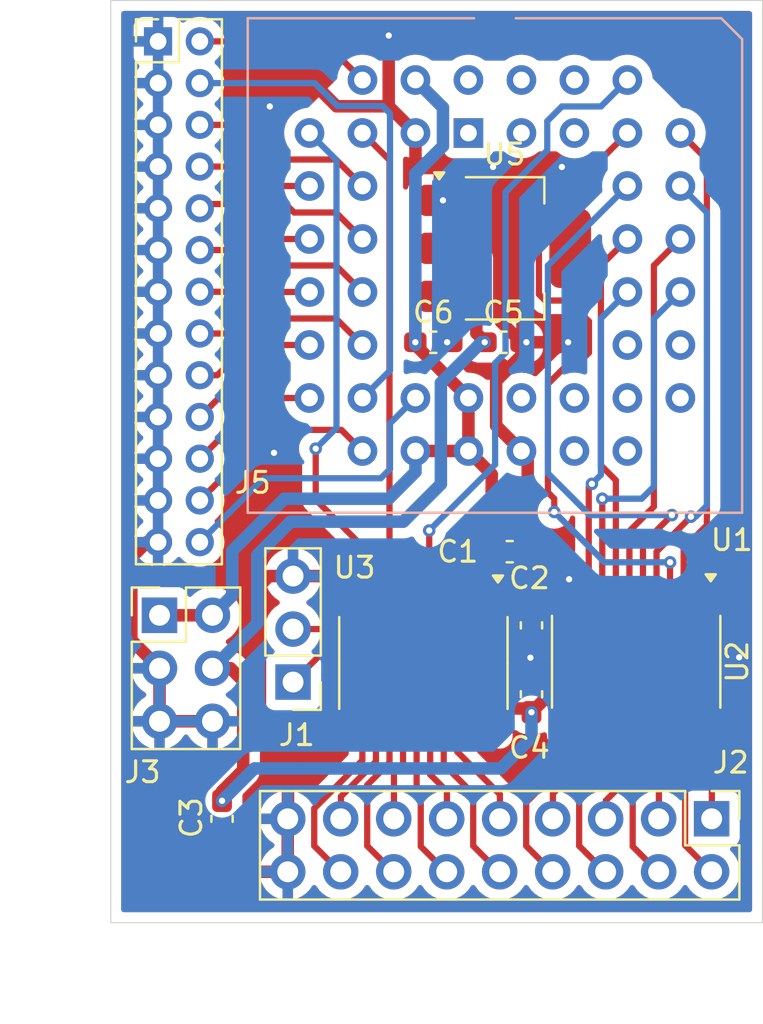
<source format=kicad_pcb>
(kicad_pcb
	(version 20240108)
	(generator "pcbnew")
	(generator_version "8.0")
	(general
		(thickness 1.6)
		(legacy_teardrops no)
	)
	(paper "A4")
	(layers
		(0 "F.Cu" signal)
		(31 "B.Cu" signal)
		(32 "B.Adhes" user "B.Adhesive")
		(33 "F.Adhes" user "F.Adhesive")
		(34 "B.Paste" user)
		(35 "F.Paste" user)
		(36 "B.SilkS" user "B.Silkscreen")
		(37 "F.SilkS" user "F.Silkscreen")
		(38 "B.Mask" user)
		(39 "F.Mask" user)
		(40 "Dwgs.User" user "User.Drawings")
		(41 "Cmts.User" user "User.Comments")
		(42 "Eco1.User" user "User.Eco1")
		(43 "Eco2.User" user "User.Eco2")
		(44 "Edge.Cuts" user)
		(45 "Margin" user)
		(46 "B.CrtYd" user "B.Courtyard")
		(47 "F.CrtYd" user "F.Courtyard")
		(48 "B.Fab" user)
		(49 "F.Fab" user)
		(50 "User.1" user)
		(51 "User.2" user)
		(52 "User.3" user)
		(53 "User.4" user)
		(54 "User.5" user)
		(55 "User.6" user)
		(56 "User.7" user)
		(57 "User.8" user)
		(58 "User.9" user)
	)
	(setup
		(pad_to_mask_clearance 0)
		(allow_soldermask_bridges_in_footprints no)
		(pcbplotparams
			(layerselection 0x00010fc_ffffffff)
			(plot_on_all_layers_selection 0x0000000_00000000)
			(disableapertmacros no)
			(usegerberextensions no)
			(usegerberattributes yes)
			(usegerberadvancedattributes yes)
			(creategerberjobfile yes)
			(dashed_line_dash_ratio 12.000000)
			(dashed_line_gap_ratio 3.000000)
			(svgprecision 4)
			(plotframeref no)
			(viasonmask no)
			(mode 1)
			(useauxorigin no)
			(hpglpennumber 1)
			(hpglpenspeed 20)
			(hpglpendiameter 15.000000)
			(pdf_front_fp_property_popups yes)
			(pdf_back_fp_property_popups yes)
			(dxfpolygonmode yes)
			(dxfimperialunits yes)
			(dxfusepcbnewfont yes)
			(psnegative no)
			(psa4output no)
			(plotreference yes)
			(plotvalue yes)
			(plotfptext yes)
			(plotinvisibletext no)
			(sketchpadsonfab no)
			(subtractmaskfromsilk no)
			(outputformat 1)
			(mirror no)
			(drillshape 1)
			(scaleselection 1)
			(outputdirectory "")
		)
	)
	(net 0 "")
	(net 1 "unconnected-(U1-IOR-Pad25)")
	(net 2 "GND")
	(net 3 "unconnected-(U1-OL0-Pad41)")
	(net 4 "unconnected-(U1-IOB-Pad27)")
	(net 5 "+5V")
	(net 6 "unconnected-(U1-475{slash}~{471}-Pad2)")
	(net 7 "unconnected-(U1-VREF-Pad31)")
	(net 8 "unconnected-(U1-SETUP-Pad23)")
	(net 9 "unconnected-(U1-OL2-Pad43)")
	(net 10 "unconnected-(U1-OPA-Pad30)")
	(net 11 "unconnected-(U1-IREF-Pad28)")
	(net 12 "unconnected-(U1-SENSE-Pad1)")
	(net 13 "unconnected-(U1-IOG-Pad26)")
	(net 14 "unconnected-(U1-COMP-Pad29)")
	(net 15 "unconnected-(U1-OL1-Pad42)")
	(net 16 "unconnected-(U1-OL3-Pad44)")
	(net 17 "Net-(U1-P0)")
	(net 18 "Net-(U1-P5)")
	(net 19 "Net-(U1-P6)")
	(net 20 "Net-(U1-P4)")
	(net 21 "Net-(U1-P3)")
	(net 22 "Net-(U1-P1)")
	(net 23 "Net-(U1-P7)")
	(net 24 "Net-(U1-P2)")
	(net 25 "Net-(U1-CLOCK)")
	(net 26 "/P5")
	(net 27 "/HSYNC")
	(net 28 "/P7")
	(net 29 "/PCLK")
	(net 30 "/P3")
	(net 31 "/~{BLANK}")
	(net 32 "/P1")
	(net 33 "Net-(J2-Pin_12)")
	(net 34 "/P2")
	(net 35 "/P4")
	(net 36 "Net-(J2-Pin_11)")
	(net 37 "Net-(J2-Pin_9)")
	(net 38 "Net-(J1-Pin_1)")
	(net 39 "Net-(J1-Pin_2)")
	(net 40 "Net-(U1-~{BLANK})")
	(net 41 "Net-(U1-~{SYNC})")
	(net 42 "/P0")
	(net 43 "/VSYNC")
	(net 44 "/P6")
	(net 45 "/~{SYNC}")
	(net 46 "/D5")
	(net 47 "/~{RD}")
	(net 48 "/D4")
	(net 49 "/D6")
	(net 50 "/D7")
	(net 51 "/RS0")
	(net 52 "/~{WR}")
	(net 53 "/D2")
	(net 54 "/RS2")
	(net 55 "+3.3V")
	(net 56 "/D0")
	(net 57 "/D1")
	(net 58 "/D3")
	(net 59 "/RS1")
	(footprint "Capacitor_SMD:C_0603_1608Metric_Pad1.08x0.95mm_HandSolder" (layer "F.Cu") (at 168.91 88.2385 -90))
	(footprint "Package_SO:TSSOP-24_4.4x7.8mm_P0.65mm" (layer "F.Cu") (at 178.562 80.772 -90))
	(footprint "feets:PLCC-44_THT-PiggyBack" (layer "F.Cu") (at 180.721 55.372))
	(footprint "Capacitor_SMD:C_0603_1608Metric_Pad1.08x0.95mm_HandSolder" (layer "F.Cu") (at 179.0375 65.4))
	(footprint "Capacitor_SMD:C_0603_1608Metric_Pad1.08x0.95mm_HandSolder" (layer "F.Cu") (at 182.7 75.438))
	(footprint "Package_SO:TSSOP-24_4.4x7.8mm_P0.65mm" (layer "F.Cu") (at 188.7618 80.7135 -90))
	(footprint "Connector_PinHeader_2.54mm:PinHeader_2x09_P2.54mm_Vertical" (layer "F.Cu") (at 192.3796 88.2396 -90))
	(footprint "Connector_PinHeader_2.54mm:PinHeader_1x03_P2.54mm_Vertical" (layer "F.Cu") (at 172.3136 81.6864 180))
	(footprint "Connector_PinHeader_2.00mm:PinHeader_2x13_P2.00mm_Vertical" (layer "F.Cu") (at 165.8432 50.9808))
	(footprint "Capacitor_SMD:C_0603_1608Metric_Pad1.08x0.95mm_HandSolder" (layer "F.Cu") (at 183.7436 82.2717 90))
	(footprint "Capacitor_SMD:C_0603_1608Metric_Pad1.08x0.95mm_HandSolder" (layer "F.Cu") (at 182.4 65.4))
	(footprint "Package_TO_SOT_SMD:SOT-223-3_TabPin2" (layer "F.Cu") (at 182.45 60.9))
	(footprint "Connector_PinHeader_2.54mm:PinHeader_2x03_P2.54mm_Vertical" (layer "F.Cu") (at 165.9128 78.486))
	(footprint "Capacitor_SMD:C_0603_1608Metric_Pad1.08x0.95mm_HandSolder" (layer "F.Cu") (at 183.7436 78.9697 -90))
	(gr_line
		(start 194.818 49.022)
		(end 194.818 93.218)
		(stroke
			(width 0.05)
			(type default)
		)
		(layer "Edge.Cuts")
		(uuid "5f7f8dad-7134-4246-b7ff-7174ba1794e2")
	)
	(gr_line
		(start 163.576 93.218)
		(end 163.576 49.022)
		(stroke
			(width 0.05)
			(type default)
		)
		(layer "Edge.Cuts")
		(uuid "d235d112-8bb4-458a-8380-60cc8bc03005")
	)
	(gr_line
		(start 194.818 93.218)
		(end 163.576 93.218)
		(stroke
			(width 0.05)
			(type default)
		)
		(layer "Edge.Cuts")
		(uuid "ec9248ea-1dfa-4925-bb4b-37b02777f266")
	)
	(gr_line
		(start 163.576 49.022)
		(end 194.818 49.022)
		(stroke
			(width 0.05)
			(type default)
		)
		(layer "Edge.Cuts")
		(uuid "f0bf5f9a-6ac8-4cad-9204-c7e01ee75947")
	)
	(segment
		(start 172.5 52.8)
		(end 173.109 52.8)
		(width 0.6)
		(layer "F.Cu")
		(net 2)
		(uuid "005d969b-3ab1-49df-98c3-db310fa1089f")
	)
	(segment
		(start 191.0368 82.6042)
		(end 190.6524 82.2198)
		(width 0.3)
		(layer "F.Cu")
		(net 2)
		(uuid "01f32224-f35d-44c1-a7d1-9cf18c858a69")
	)
	(segment
		(start 185.2 57)
		(end 184.3 57)
		(width 0.6)
		(layer "F.Cu")
		(net 2)
		(uuid "0271a36f-53fa-4d4e-b554-2df3c3e427a9")
	)
	(segment
		(start 193.682 80.518)
		(end 193.7 80.5)
		(width 0.6)
		(layer "F.Cu")
		(net 2)
		(uuid "09ed8347-cd35-4b00-af8a-7f5098466c0a")
	)
	(segment
		(start 183.261 70.612)
		(end 183.5625 70.9135)
		(width 0.6)
		(layer "F.Cu")
		(net 2)
		(uuid "106a06d7-56fc-42c5-908f-a2ac5b281c0a")
	)
	(segment
		(start 185.1868 84.5358)
		(end 185.1868 83.576)
		(width 0.3)
		(layer "F.Cu")
		(net 2)
		(uuid "140ff97c-4575-4e39-a0ce-7a8319ccfe52")
	)
	(segment
		(start 172.0596 85.3948)
		(end 174.0662 85.3948)
		(width 0.6)
		(layer "F.Cu")
		(net 2)
		(uuid "1bd061f1-17bd-4b8a-8c53-c5bb8eeb2ab1")
	)
	(segment
		(start 185.547 76.7588)
		(end 185.547 77.6224)
		(width 0.6)
		(layer "F.Cu")
		(net 2)
		(uuid "1df5ccbb-bd76-4fe2-9295-f66c452a658f")
	)
	(segment
		(start 185.547 76.7588)
		(end 185.547 75.847)
		(width 0.6)
		(layer "F.Cu")
		(net 2)
		(uuid "201b03f5-271d-448b-8408-c1b5fda7e2d2")
	)
	(segment
		(start 181.4 58.6)
		(end 181.8 58.6)
		(width 0.6)
		(layer "F.Cu")
		(net 2)
		(uuid "206a6f5d-030c-4f94-990a-9d6a19e2f13e")
	)
	(segment
		(start 178.181 55.372)
		(end 176.9 54.091)
		(width 0.6)
		(layer "F.Cu")
		(net 2)
		(uuid "213b04cb-fdf9-4562-84b7-dba780ecdfd8")
	)
	(segment
		(start 180.837 83.6345)
		(end 180.837 81.4688)
		(width 0.3)
		(layer "F.Cu")
		(net 2)
		(uuid "2234eda1-e4f4-4567-8f5d-41fe706e1b8e")
	)
	(segment
		(start 185.577238 82.2198)
		(end 185.1868 82.610238)
		(width 0.3)
		(layer "F.Cu")
		(net 2)
		(uuid "2347766e-816f-471f-955f-e9525847e4a9")
	)
	(segment
		(start 181.9 57)
		(end 181.9 58.5)
		(width 0.6)
		(layer "F.Cu")
		(net 2)
		(uuid "3190f2d5-cd7f-4bca-bff0-14b1805e9539")
	)
	(segment
		(start 180.837 84.371999)
		(end 181.555001 85.09)
		(width 0.3)
		(layer "F.Cu")
		(net 2)
		(uuid "342461c3-0625-4023-b4fa-48c4776149a5")
	)
	(segment
		(start 178.887 77.9095)
		(end 179.537 77.9095)
		(width 0.3)
		(layer "F.Cu")
		(net 2)
		(uuid "34f7f47e-98af-4020-ad82-8d3b3b088c0f")
	)
	(segment
		(start 174.937 81.2474)
		(end 175.2726 80.9118)
		(width 0.6)
		(layer "F.Cu")
		(net 2)
		(uuid "395e614e-6f84-44cf-9aed-e2a4c40d36f8")
	)
	(segment
		(start 179.5 58.6)
		(end 178.6 58.6)
		(width 0.6)
		(layer "F.Cu")
		(net 2)
		(uuid "3be97f38-8515-472e-9217-1ec19ceed543")
	)
	(segment
		(start 182.3 58.6)
		(end 182.7 58.6)
		(width 0.6)
		(layer "F.Cu")
		(net 2)
		(uuid "3d820558-f457-4035-9661-f083b361681e")
	)
	(segment
		(start 183.2625 65.4)
		(end 183.2625 65.2625)
		(width 0.6)
		(layer "F.Cu")
		(net 2)
		(uuid "3f15fc4d-c32f-4cf5-a6df-69af43a7f009")
	)
	(segment
		(start 185.138 75.438)
		(end 183.5625 75.438)
		(width 0.6)
		(layer "F.Cu")
		(net 2)
		(uuid "41ba1dfb-1066-42e9-b899-2477f50826bc")
	)
	(segment
		(start 183.7436 80.5688)
		(end 183.7436 79.8322)
		(width 0.6)
		(layer "F.Cu")
		(net 2)
		(uuid "42925f5c-1a61-47fc-b98d-dabcd685c0f7")
	)
	(segment
		(start 172.07 85.4052)
		(end 172.0596 85.3948)
		(width 0.6)
		(layer "F.Cu")
		(net 2)
		(uuid "47ed3890-4918-4504-839a-8494c771e283")
	)
	(segment
		(start 165.9128 81.026)
		(end 164.5628 79.676)
		(width 0.6)
		(layer "F.Cu")
		(net 2)
		(uuid "4d5b44fe-94d8-4186-ae0b-dca649cd2fab")
	)
	(segment
		(start 164.5628 79.676)
		(end 164.5628 75.7212)
		(width 0.6)
		(layer "F.Cu")
		(net 2)
		(uuid "4dff52a8-f0a7-4b6e-945b-2db056bce2ef")
	)
	(segment
		(start 174.937 84.524)
		(end 174.937 81.2474)
		(width 0.6)
		(layer "F.Cu")
		(net 2)
		(uuid "4f9791be-6bfb-4f81-a552-bf1004e90b62")
	)
	(segment
		(start 180.837 83.6345)
		(end 180.837 84.371999)
		(width 0.3)
		(layer "F.Cu")
		(net 2)
		(uuid "51542987-0ade-403d-8447-0e74b374f411")
	)
	(segment
		(start 184.3 57)
		(end 182.7 58.6)
		(width 0.6)
		(layer "F.Cu")
		(net 2)
		(uuid "52e3955f-bdd9-447f-9a35-c752106bff50")
	)
	(segment
		(start 178.887 77.9095)
		(end 178.887 80.447)
		(width 0.3)
		(layer "F.Cu")
		(net 2)
		(uuid "57e9b896-b24b-4e91-a251-35c5f03aeda5")
	)
	(segment
		(start 179.5 58.6)
		(end 181.1 58.6)
		(width 0.6)
		(layer "F.Cu")
		(net 2)
		(uuid "5a320f29-a7a3-46a5-a45f-f4f65fd62819")
	)
	(segment
		(start 165.9128 83.566)
		(end 168.4528 83.566)
		(width 0.6)
		(layer "F.Cu")
		(net 2)
		(uuid "5ace7012-5c2b-4bfd-9e77-ea9ff3b3c714")
	)
	(segment
		(start 181.555001 85.09)
		(end 184.6326 85.09)
		(width 0.3)
		(layer "F.Cu")
		(net 2)
		(uuid "5c044a7f-a331-4f12-8fdf-8de19723511d")
	)
	(segment
		(start 191.0368 83.576)
		(end 191.0368 82.6042)
		(width 0.3)
		(layer "F.Cu")
		(net 2)
		(uuid "5eeba85e-e2dd-40d9-b7cc-f18b13107f41")
	)
	(segment
		(start 182.0498 69.4008)
		(end 182.0498 67.2502)
		(width 0.6)
		(layer "F.Cu")
		(net 2)
		(uuid "5f9b1978-3ea1-4d7a-9bce-e362903d3f3e")
	)
	(segment
		(start 172.0596 90.7796)
		(end 172.0596 88.2396)
		(width 0.6)
		(layer "F.Cu")
		(net 2)
		(uuid "63c50db5-62b3-49c8-aa7e-80a17e1fd087")
	)
	(segment
		(start 178.887 80.447)
		(end 178.816 80.518)
		(width 0.3)
		(layer "F.Cu")
		(net 2)
		(uuid "686584b8-ab70-44c8-ad5d-0ddddce72630")
	)
	(segment
		(start 175.637 77.9095)
		(end 174.987 77.9095)
		(width 0.3)
		(layer "F.Cu")
		(net 2)
		(uuid "6ba63257-88fc-4506-8d0f-66994d17d6da")
	)
	(segment
		(start 181.8 58.6)
		(end 182.3 58.6)
		(width 0.6)
		(layer "F.Cu")
		(net 2)
		(uuid "6c4357d3-c9ee-4ab8-96cd-fc3f2299bd15")
	)
	(segment
		(start 178.6128 80.518)
		(end 178.816 80.518)
		(width 0.6)
		(layer "F.Cu")
		(net 2)
		(uuid "6cbb4c42-6cd5-40eb-893f-3b3e1e02a470")
	)
	(segment
		(start 173.6839 76.6064)
		(end 174.987 77.9095)
		(width 0.6)
		(layer "F.Cu")
		(net 2)
		(uuid "6de2405c-8841-4faa-a94c-bb3dd1b648aa")
	)
	(segment
		(start 185.547 75.847)
		(end 185.138 75.438)
		(width 0.6)
		(layer "F.Cu")
		(net 2)
		(uuid "7021ff8f-9126-4fda-8f4b-a398d794293d")
	)
	(segment
		(start 183.5 65.4)
		(end 185.5 65.4)
		(width 0.6)
		(layer "F.Cu")
		(net 2)
		(uuid "7e3aee3e-4e35-4006-96c5-a6753d63eac7")
	)
	(segment
		(start 179.5018 80.518)
		(end 183.6928 80.518)
		(width 0.6)
		(layer "F.Cu")
		(net 2)
		(uuid "844eceb3-0a12-4ba9-99c1-ac6fd3de43fe")
	)
	(segment
		(start 178.816 80.518)
		(end 179.5018 80.518)
		(width 0.6)
		(layer "F.Cu")
		(net 2)
		(uuid "87085143-43a3-49c8-bfd6-97fe8feca7b7")
	)
	(segment
		(start 176.9 54.091)
		(end 174.4 54.091)
		(width 0.6)
		(layer "F.Cu")
		(net 2)
		(uuid "87257a82-a7be-4e47-b6ae-0121555ffad2")
	)
	(segment
		(start 183.261 70.612)
		(end 182.0498 69.4008)
		(width 0.6)
		(layer "F.Cu")
		(net 2)
		(uuid "87c575a1-1be2-4a03-906d-7a20a4fb50c7")
	)
	(segment
		(start 183.7436 81.4092)
		(end 183.7436 80.5688)
		(width 0.6)
		(layer "F.Cu")
		(net 2)
		(uuid "884349bf-2f36-40c2-90c0-ea92d4c3f9f3")
	)
	(segment
		(start 171.1704 76.6064)
		(end 170.726 77.0508)
		(width 0.6)
		(layer "F.Cu")
		(net 2)
		(uuid "8d013f0e-0b91-4571-94b1-76effb66dc95")
	)
	(segment
		(start 172.0596 85.3948)
		(end 170.726 84.0612)
		(width 0.6)
		(layer "F.Cu")
		(net 2)
		(uuid "922a5412-2acc-46ef-bc4d-44f2c43452b8")
	)
	(segment
		(start 164.5628 75.7212)
		(end 165.3032 74.9808)
		(width 0.6)
		(layer "F.Cu")
		(net 2)
		(uuid "9248c59c-bca2-4277-b887-facf40f4dcee")
	)
	(segment
		(start 165.3032 74.9808)
		(end 165.8432 74.9808)
		(width 0.6)
		(layer "F.Cu")
		(net 2)
		(uuid "94f54b27-389b-4b97-a806-9a001e15cafe")
	)
	(segment
		(start 178.181 58.181)
		(end 178.181 55.372)
		(width 0.6)
		(layer "F.Cu")
		(net 2)
		(uuid "969862be-f461-4e7a-9cff-b68d4e3c7a8b")
	)
	(segment
		(start 172.3136 76.6064)
		(end 173.6839 76.6064)
		(width 0.6)
		(layer "F.Cu")
		(net 2)
		(uuid "96a7c4aa-2549-4cc4-9463-6b2dc32510d8")
	)
	(segment
		(start 174.0662 85.3948)
		(end 174.937 84.524)
		(width 0.6)
		(layer "F.Cu")
		(net 2)
		(uuid "96ee8136-c91c-46cd-b0f0-4730206203c7")
	)
	(segment
		(start 168.91 89.101)
		(end 168.91 90.7796)
		(width 0.6)
		(layer "F.Cu")
		(net 2)
		(uuid "98f64559-0681-4b4d-890a-e8bedcf37a43")
	)
	(segment
		(start 183.2625 65.4)
		(end 182.28125 64.41875)
		(width 0.6)
		(layer "F.Cu")
		(net 2)
		(uuid "9a4780bf-6102-492c-b371-b7874b182382")
	)
	(segment
		(start 183.6928 80.518)
		(end 193.682 80.518)
		(width 0.6)
		(layer "F.Cu")
		(net 2)
		(uuid "9d4b0d55-0391-4b65-84b2-2139870396d8")
	)
	(segment
		(start 175.2726 80.9118)
		(end 178.219 80.9118)
		(width 0.6)
		(layer "F.Cu")
		(net 2)
		(uuid "9e9dea63-580e-47f1-a07d-f711a98acff3")
	)
	(segment
		(start 176.9 54.091)
		(end 176.9 50.7)
		(width 0.6)
		(layer "F.Cu")
		(net 2)
		(uuid "a18d698c-cfe4-42a8-b72d-7393f101e26f")
	)
	(segment
		(start 179.537 77.9095)
		(end 179.537 80.4828)
		(width 0.3)
		(layer "F.Cu")
		(net 2)
		(uuid "a48d0041-b6f5-4a62-8ef4-1d8d49b73f1f")
	)
	(segment
		(start 181.9 58.5)
		(end 181.8 58.6)
		(width 0.6)
		(layer "F.Cu")
		(net 2)
		(uuid "a67d6246-b396-44d8-b7b4-836e8fd0dd43")
	)
	(segment
		(start 171.2 54.1)
		(end 172.5 52.8)
		(width 0.6)
		(layer "F.Cu")
		(net 2)
		(uuid "a6e06bcc-2c37-4275-8825-d047dba5d630")
	)
	(segment
		(start 182.0498 67.2502)
		(end 183.2625 66.0375)
		(width 0.6)
		(layer "F.Cu")
		(net 2)
		(uuid "af69f263-b1f9-4507-99b4-11dcea2a58a5")
	)
	(segment
		(start 181.1 58.6)
		(end 181.4 58.6)
		(width 0.6)
		(layer "F.Cu")
		(net 2)
		(uuid "bea5485a-dad5-4aa2-9dfa-3278dc99ee86")
	)
	(segment
		(start 170.726 84.0612)
		(end 170.726 77.0508)
		(width 0.6)
		(layer "F.Cu")
		(net 2)
		(uuid "c1933102-947c-4b49-a7ff-81cce68040c5")
	)
	(segment
		(start 168.91 90.7796)
		(end 172.0596 90.7796)
		(width 0.6)
		(layer "F.Cu")
		(net 2)
		(uuid "c2188a4c-4f7d-4086-ac28-9345aa556317")
	)
	(segment
		(start 183.6928 80.518)
		(end 183.7436 80.5688)
		(width 0.6)
		(layer "F.Cu")
		(net 2)
		(uuid "c26f8f57-3a31-41cd-a1a6-aeed5c9610b9")
	)
	(segment
		(start 172.3136 76.6064)
		(end 171.1704 76.6064)
		(width 0.6)
		(layer "F.Cu")
		(net 2)
		(uuid "c5830b0e-1e1b-4f65-8b86-07fc6f636f5e")
	)
	(segment
		(start 165.9128 81.026)
		(end 165.9128 83.566)
		(width 0.6)
		(layer "F.Cu")
		(net 2)
		(uuid "d2ed9a98-5d76-404f-b1d6-bfbc6f9478ed")
	)
	(segment
		(start 190.6524 82.2198)
		(end 185.577238 82.2198)
		(width 0.3)
		(layer "F.Cu")
		(net 2)
		(uuid "d5827a35-dd17-4e91-b0f4-d1397f2b3cd1")
	)
	(segment
		(start 179.537 80.4828)
		(end 179.5018 80.518)
		(width 0.3)
		(layer "F.Cu")
		(net 2)
		(uuid "d9751a0a-f38a-457a-9bb4-0742cb69d21c")
	)
	(segment
		(start 180.837 81.4688)
		(end 180.837 77.9095)
		(width 0.3)
		(layer "F.Cu")
		(net 2)
		(uuid "db647fe8-dfb7-49ec-ad76-6daf070c315c")
	)
	(segment
		(start 173.109 52.8)
		(end 174.4 54.091)
		(width 0.6)
		(layer "F.Cu")
		(net 2)
		(uuid "db9a5fde-3f30-4019-8943-06b14f87ab7e")
	)
	(segment
		(start 182.28125 58.61875)
		(end 182.3 58.6)
		(width 0.6)
		(layer "F.Cu")
		(net 2)
		(uuid "dd371809-1a76-43c5-a180-f1f931f6eac0")
	)
	(segment
		(start 185.1868 77.851)
		(end 185.8368 77.851)
		(width 0.3)
		(layer "F.Cu")
		(net 2)
		(uuid "df9073a0-73ab-4f2d-864a-d5adadd4c28c")
	)
	(segment
		(start 185.1868 82.610238)
		(end 185.1868 83.576)
		(width 0.3)
		(layer "F.Cu")
		(net 2)
		(uuid "e298d120-08d0-49e3-93d3-0dd555767910")
	)
	(segment
		(start 178.219 80.9118)
		(end 178.6128 80.518)
		(width 0.6)
		(layer "F.Cu")
		(net 2)
		(uuid "e7302186-6f0a-4ad2-8f37-d4aa6e17e804")
	)
	(segment
		(start 182.28125 64.41875)
		(end 182.28125 58.61875)
		(width 0.6)
		(layer "F.Cu")
		(net 2)
		(uuid "eb13a142-9d62-4083-a6c4-f38eb4babca0")
	)
	(segment
		(start 184.6326 85.09)
		(end 185.1868 84.5358)
		(width 0.3)
		(layer "F.Cu")
		(net 2)
		(uuid "eb20af0e-6d78-488a-a986-4fb79a188e79")
	)
	(segment
		(start 178.6 58.6)
		(end 178.181 58.181)
		(width 0.6)
		(layer "F.Cu")
		(net 2)
		(uuid "f46a66da-22a4-4a2a-aa6c-ae54991b2351")
	)
	(segment
		(start 172.07 88.28)
		(end 172.07 85.4052)
		(width 0.6)
		(layer "F.Cu")
		(net 2)
		(uuid "fb6b7c28-3c88-4125-8d4a-da02837b8cea")
	)
	(segment
		(start 183.5625 70.9135)
		(end 183.5625 75.438)
		(width 0.6)
		(layer "F.Cu")
		(net 2)
		(uuid "fd399a54-7c6e-45cc-97f9-084a1459d4d1")
	)
	(segment
		(start 183.2625 66.0375)
		(end 183.2625 65.4)
		(width 0.6)
		(layer "F.Cu")
		(net 2)
		(uuid "ffeba3d0-b894-4793-84c0-a7c39cd7a9c7")
	)
	(via
		(at 179.7 65.4)
		(size 0.6)
		(drill 0.3)
		(layers "F.Cu" "B.Cu")
		(net 2)
		(uuid "1f13cc4d-2edc-4739-9aaf-0c8003843c86")
	)
	(via
		(at 193.7 80.5)
		(size 0.6)
		(drill 0.3)
		(layers "F.Cu" "B.Cu")
		(net 2)
		(uuid "4ab53e50-0f12-479e-a772-a5c55ddc793c")
	)
	(via
		(at 171.4 70.7)
		(size 0.6)
		(drill 0.3)
		(layers "F.Cu" "B.Cu")
		(net 2)
		(uuid "4e4b14cd-4f0f-48d2-8b9a-334808e2d45a")
	)
	(via
		(at 181.9 57)
		(size 0.6)
		(drill 0.3)
		(layers "F.Cu" "B.Cu")
		(net 2)
		(uuid "5356ba5a-ba4e-4efc-b0ac-5819b6cff44f")
	)
	(via
		(at 176.9 50.7)
		(size 0.6)
		(drill 0.3)
		(layers "F.Cu" "B.Cu")
		(net 2)
		(uuid "55899f0f-0bbb-40bb-a42e-77e799491f3f")
	)
	(via
		(at 183.6928 80.518)
		(size 0.6)
		(drill 0.3)
		(layers "F.Cu" "B.Cu")
		(net 2)
		(uuid "59d7f5f4-1bad-4dc0-8c24-cafd9da766c6")
	)
	(via
		(at 183.5 65.4)
		(size 0.6)
		(drill 0.3)
		(layers "F.Cu" "B.Cu")
		(net 2)
		(uuid "7222dab5-3646-49cd-8a68-a8e291488fa1")
	)
	(via
		(at 185.547 76.7588)
		(size 0.6)
		(drill 0.3)
		(layers "F.Cu" "B.Cu")
		(net 2)
		(uuid "74e901e2-8ef6-487e-b6e4-d2e6c56c4694")
	)
	(via
		(at 185.5 65.4)
		(size 0.6)
		(drill 0.3)
		(layers "F.Cu" "B.Cu")
		(net 2)
		(uuid "92d68f6e-2465-4b86-b81f-566cdf4abf6b")
	)
	(via
		(at 179.5 58.6)
		(size 0.6)
		(drill 0.3)
		(layers "F.Cu" "B.Cu")
		(net 2)
		(uuid "ae2a1552-b735-4b2c-9747-1a6664dfaf20")
	)
	(via
		(at 171.2 54.1)
		(size 0.6)
		(drill 0.3)
		(layers "F.Cu" "B.Cu")
		(net 2)
		(uuid "ccdc65e8-fb5f-4524-b8c9-a99270eee948")
	)
	(via
		(at 185.2 57)
		(size 0.6)
		(drill 0.3)
		(layers "F.Cu" "B.Cu")
		(net 2)
		(uuid "dbb69ca7-9938-481d-96b1-684c2925500f")
	)
	(segment
		(start 185.2 57)
		(end 183.5 58.7)
		(width 0.6)
		(layer "B.Cu")
		(net 2)
		(uuid "0544136b-4447-4f58-ada8-11d042fde1d1")
	)
	(segment
		(start 179.9 65.2)
		(end 179.7 65.4)
		(width 0.6)
		(layer "B.Cu")
		(net 2)
		(uuid "30993ada-2b58-4518-a419-1b3b6c4754d3")
	)
	(segment
		(start 183.6928 78.613)
		(end 185.547 76.7588)
		(width 0.6)
		(layer "B.Cu")
		(net 2)
		(uuid "52411acc-323c-4bf2-807a-faf6efb121e5")
	)
	(segment
		(start 179.5 58.6)
		(end 179.9 59)
		(width 0.6)
		(layer "B.Cu")
		(net 2)
		(uuid "57d794d4-74f3-4102-9291-7113ba5428cf")
	)
	(segment
		(start 179.9 59)
		(end 179.9 65.2)
		(width 0.6)
		(layer "B.Cu")
		(net 2)
		(uuid "6005d06b-e369-4b4b-934a-28916aba3c99")
	)
	(segment
		(start 180.3 58.6)
		(end 181.9 57)
		(width 0.6)
		(layer "B.Cu")
		(net 2)
		(uuid "7962b5f9-5f8f-46ed-b4ef-78952282b490")
	)
	(segment
		(start 183.6928 80.518)
		(end 183.6928 78.613)
		(width 0.6)
		(layer "B.Cu")
		(net 2)
		(uuid "c5bc0b62-3461-4c7c-9738-6a7d2a158560")
	)
	(segment
		(start 179.5 58.6)
		(end 180.3 58.6)
		(width 0.6)
		(layer "B.Cu")
		(net 2)
		(uuid "f5207ee2-1bf0-45c5-9e5e-bc18aad67fed")
	)
	(segment
		(start 183.5 58.7)
		(end 183.5 65.4)
		(width 0.6)
		(layer "B.Cu")
		(net 2)
		(uuid "f56b679d-8c51-4776-9ba8-c58c5ed455ad")
	)
	(segment
		(start 178.175 65.4)
		(end 178.175 65.526)
		(width 0.6)
		(layer "F.Cu")
		(net 5)
		(uuid "0d69d064-e6bf-45d4-b5eb-982fad4dbf0c")
	)
	(segment
		(start 181.8375 75.438)
		(end 181.8375 77.5625)
		(width 0.6)
		(layer "F.Cu")
		(net 5)
		(uuid "2f26fcb6-0cf8-4b10-954e-72ef07fde244")
	)
	(segment
		(start 178.175 63.625)
		(end 178.6 63.2)
		(width 0.6)
		(layer "F.Cu")
		(net 5)
		(uuid "461c3e59-1ed7-4afb-9dcc-eb18d68212e1")
	)
	(segment
		(start 191.6938 79.4004)
		(end 192.024 79.0702)
		(width 0.6)
		(layer "F.Cu")
		(net 5)
		(uuid "506e058b-32bf-4967-9f35-9dd3d3f2543c")
	)
	(segment
		(start 185.128564 79.4004)
		(end 191.6938 79.4004)
		(width 0.6)
		(layer "F.Cu")
		(net 5)
		(uuid "95c158c3-af60-40d6-9c7b-4c4ffa03f435")
	)
	(segment
		(start 180.721 70.612)
		(end 178.181 70.612)
		(width 0.6)
		(layer "F.Cu")
		(net 5)
		(uuid "96dacc08-3ce0-44c9-a7f1-85d3ea568323")
	)
	(segment
		(start 182.137 77.9095)
		(end 183.7116 77.9095)
		(width 0.6)
		(layer "F.Cu")
		(net 5)
		(uuid "9bf2d48f-23ab-4570-a068-a2e78b5ff65d")
	)
	(segment
		(start 180.721 70.612)
		(end 181.8375 71.7285)
		(width 0.6)
		(layer "F.Cu")
		(net 5)
		(uuid "a6e3dcdb-a9be-406b-9dfc-210f7bfb9b73")
	)
	(segment
		(start 192.024 77.851)
		(end 192.024 79.0702)
		(width 0.6)
		(layer "F.Cu")
		(net 5)
		(uuid "ab30972d-e7fb-4ca5-b39d-4b1cc5259485")
	)
	(segment
		(start 180.721 68.072)
		(end 180.721 70.612)
		(width 0.6)
		(layer "F.Cu")
		(net 5)
		(uuid "b7722f8b-0e88-4a77-8a61-7a2abffed2e9")
	)
	(segment
		(start 183.7436 78.015436)
		(end 185.128564 79.4004)
		(width 0.6)
		(layer "F.Cu")
		(net 5)
		(uuid "be422cd2-3ec7-4371-8877-0833eb0e10e0")
	)
	(segment
		(start 165.9128 78.486)
		(end 168.4528 78.486)
		(width 0.6)
		(layer "F.Cu")
		(net 5)
		(uuid "c1f9e4cf-df6a-4c4a-924b-0d6a7d94b946")
	)
	(segment
		(start 178.175 65.526)
		(end 180.721 68.072)
		(width 0.6)
		(layer "F.Cu")
		(net 5)
		(uuid "d630342c-030b-4f27-9d84-d4549eefa842")
	)
	(segment
		(start 178.175 65.4)
		(end 178.175 63.625)
		(width 0.6)
		(layer "F.Cu")
		(net 5)
		(uuid "d74de5e6-3f94-4010-870f-5bead601f6e3")
	)
	(segment
		(start 181.8375 71.7285)
		(end 181.8375 75.438)
		(width 0.6)
		(layer "F.Cu")
		(net 5)
		(uuid "dd5f782d-6173-41f8-b6c7-ef12fbbfef41")
	)
	(segment
		(start 181.487 77.9095)
		(end 182.137 77.9095)
		(width 0.3)
		(layer "F.Cu")
		(net 5)
		(uuid "f15e7ef4-7264-43d9-be28-c80fbd4a6272")
	)
	(via
		(at 178.175 65.4)
		(size 0.6)
		(drill 0.3)
		(layers "F.Cu" "B.Cu")
		(net 5)
		(uuid "c7c8ce82-34b3-4264-b325-09eae1a06469")
	)
	(segment
		(start 169.4 75.4)
		(end 171.9 72.9)
		(width 0.6)
		(layer "B.Cu")
		(net 5)
		(uuid "0047a44c-fdab-4058-80b3-ae6a701366b6")
	)
	(segment
		(start 169.4 77.5388)
		(end 169.4 75.4)
		(width 0.6)
		(layer "B.Cu")
		(net 5)
		(uuid "22a5d2e3-8c73-4e26-80da-a87587c88282")
	)
	(segment
		(start 178.175 65.526)
		(end 178.175 65.4)
		(width 0.6)
		(layer "B.Cu")
		(net 5)
		(uuid "3f44d31e-dc41-452d-a3c4-39b610dc8b09")
	)
	(segment
		(start 172.5 72.9)
		(end 176.898788 72.9)
		(width 0.6)
		(layer "B.Cu")
		(net 5)
		(uuid "44be082a-dba8-448b-bb9d-0b854c5893e0")
	)
	(segment
		(start 179.5 54.151)
		(end 178.181 52.832)
		(width 0.6)
		(layer "B.Cu")
		(net 5)
		(uuid "4c4ad6d1-bb09-4839-baac-f090f9467327")
	)
	(segment
		(start 171.9 72.9)
		(end 172.5 72.9)
		(width 0.6)
		(layer "B.Cu")
		(net 5)
		(uuid "4c5d1031-f165-42b9-9b29-825178e88f3e")
	)
	(segment
		(start 168.4528 78.486)
		(end 169.4 77.5388)
		(width 0.6)
		(layer "B.Cu")
		(net 5)
		(uuid "624238b3-2102-4d3e-b9bb-f9027c44ac6b")
	)
	(segment
		(start 176.898788 72.9)
		(end 178.181 71.617788)
		(width 0.6)
		(layer "B.Cu")
		(net 5)
		(uuid "78fc53e7-729f-434c-8695-1feb8220f5bd")
	)
	(segment
		(start 178.181 71.617788)
		(end 178.181 70.612)
		(width 0.6)
		(layer "B.Cu")
		(net 5)
		(uuid "8d13d060-ea43-482f-9e31-2a6cba4e57d1")
	)
	(segment
		(start 179.5 56)
		(end 179.5 54.151)
		(width 0.6)
		(layer "B.Cu")
		(net 5)
		(uuid "9486a830-9902-49ca-80a9-0a743133e7a6")
	)
	(segment
		(start 178.175 57.325)
		(end 179.5 56)
		(width 0.6)
		(layer "B.Cu")
		(net 5)
		(uuid "e28b3070-cf38-4bcd-9ae1-283dac4e8a1b")
	)
	(segment
		(start 178.175 65.4)
		(end 178.175 57.325)
		(width 0.6)
		(layer "B.Cu")
		(net 5)
		(uuid "ea886e13-aa89-47c5-9759-834e6a6d96a4")
	)
	(segment
		(start 186.488 72.338)
		(end 186.6392 72.1868)
		(width 0.3)
		(layer "F.Cu")
		(net 17)
		(uuid "29710db6-9fb6-41e7-9878-cb49e87caf62")
	)
	(segment
		(start 186.488 77.851)
		(end 186.488 72.338)
		(width 0.3)
		(layer "F.Cu")
		(net 17)
		(uuid "cc9a4edd-926b-4451-9e75-b05936b9cf23")
	)
	(via
		(at 186.6392 72.1868)
		(size 0.6)
		(drill 0.3)
		(layers "F.Cu" "B.Cu")
		(net 17)
		(uuid "31c40670-9b1c-4a15-b2bc-e11db0c42fbc")
	)
	(segment
		(start 188.341 62.992)
		(end 187.071 64.262)
		(width 0.3)
		(layer "B.Cu")
		(net 17)
		(uuid "6716a703-5855-430c-9208-275ead70ae5b")
	)
	(segment
		(start 186.6392 72.1868)
		(end 187.071 71.755)
		(width 0.3)
		(layer "B.Cu")
		(net 17)
		(uuid "89c6570c-5d35-4115-a025-fb02ddefb572")
	)
	(segment
		(start 187.071 71.755)
		(end 187.071 64.262)
		(width 0.3)
		(layer "B.Cu")
		(net 17)
		(uuid "a2f9c7cd-1f12-4673-b69c-2f030f32a42b")
	)
	(segment
		(start 190.5 74.676)
		(end 190.5 74.6506)
		(width 0.3)
		(layer "F.Cu")
		(net 18)
		(uuid "1ae822b4-2f52-4a40-9972-0c29de75df3e")
	)
	(segment
		(start 190.5 74.6506)
		(end 191.389 73.7616)
		(width 0.3)
		(layer "F.Cu")
		(net 18)
		(uuid "260b8c89-5e6b-4f97-973d-1f130d23fb63")
	)
	(segment
		(start 190.5 74.676)
		(end 189.738 75.438)
		(width 0.3)
		(layer "F.Cu")
		(net 18)
		(uuid "4c1d87c6-4ce2-44e5-a683-d3999f373ab2")
	)
	(segment
		(start 189.738 75.438)
		(end 189.738 77.851)
		(width 0.3)
		(layer "F.Cu")
		(net 18)
		(uuid "8894e869-4f59-4cf6-b8a7-edd32f02e166")
	)
	(via
		(at 191.389 73.7616)
		(size 0.6)
		(drill 0.3)
		(layers "F.Cu" "B.Cu")
		(net 18)
		(uuid "3dcc7f69-8543-4442-9bca-a998efbcd29c")
	)
	(segment
		(start 192.151 73.2282)
		(end 192.151 59.182)
		(width 0.3)
		(layer "B.Cu")
		(net 18)
		(uuid "1db08ce9-4eaf-409f-b828-767f762cfb4b")
	)
	(segment
		(start 191.389 73.7616)
		(end 191.6176 73.7616)
		(width 0.3)
		(layer "B.Cu")
		(net 18)
		(uuid "3219d9f2-914c-4773-babc-874b3fb06468")
	)
	(segment
		(start 192.151 59.182)
		(end 190.881 57.912)
		(width 0.3)
		(layer "B.Cu")
		(net 18)
		(uuid "77fd67e4-76ec-4a8a-ac8c-8d877deef698")
	)
	(segment
		(start 191.6176 73.7616)
		(end 192.151 73.2282)
		(width 0.3)
		(layer "B.Cu")
		(net 18)
		(uuid "b249c96b-e752-4ad6-b3a2-b80049fcc2b9")
	)
	(segment
		(start 185.5 63.4)
		(end 184.4 63.4)
		(width 0.3)
		(layer "F.Cu")
		(net 19)
		(uuid "0020be74-dbc6-4b12-86ce-492db73d2fe0")
	)
	(segment
		(start 185.8845 66.5155)
		(end 186.5 65.9)
		(width 0.3)
		(layer "F.Cu")
		(net 19)
		(uuid "0d94d817-7f8c-4e7b-8087-a8931aaf1292")
	)
	(segment
		(start 184.1 63.1)
		(end 184.1 58.913)
		(width 0.3)
		(layer "F.Cu")
		(net 19)
		(uuid "0ffecf2e-ee82-4ae8-82d7-81f18145bc3f")
	)
	(segment
		(start 186.5 65.9)
		(end 186.5 64.4)
		(width 0.3)
		(layer "F.Cu")
		(net 19)
		(uuid "205e1fe8-5529-4dde-851f-ce8eb3083e3c")
	)
	(segment
		(start 184.8358 73.533)
		(end 184.8358 72.898)
		(width 0.3)
		(layer "F.Cu")
		(net 19)
		(uuid "31600f82-987b-49e7-885a-6eb11808ee5e")
	)
	(segment
		(start 184.531 72.5932)
		(end 184.531 67.4)
		(width 0.3)
		(layer "F.Cu")
		(net 19)
		(uuid "34893bfd-6d59-4f7a-9ce5-828b553eeca7")
	)
	(segment
		(start 184.531 67.4)
		(end 185.4155 66.5155)
		(width 0.3)
		(layer "F.Cu")
		(net 19)
		(uuid "4c44751e-b88a-4a1a-bc15-1238442fd804")
	)
	(segment
		(start 184.1 58.913)
		(end 184.7 58.313)
		(width 0.3)
		(layer "F.Cu")
		(net 19)
		(uuid "565acc51-2345-4577-8766-0b860e353925")
	)
	(segment
		(start 184.8358 72.898)
		(end 184.531 72.5932)
		(width 0.3)
		(layer "F.Cu")
		(net 19)
		(uuid "714e9fee-c9ee-40a0-a260-ac9954669f4c")
	)
	(segment
		(start 190.3868 75.9472)
		(end 190.388 75.946)
		(width 0.3)
		(layer "F.Cu")
		(net 19)
		(uuid "9eaeee74-53f2-4dc0-884f-cb59ef2718bc")
	)
	(segment
		(start 185.4155 66.5155)
		(end 185.8845 66.5155)
		(width 0.3)
		(layer "F.Cu")
		(net 19)
		(uuid "d0d1ca93-24e8-4b0d-9389-acdcde311169")
	)
	(segment
		(start 186.5 64.4)
		(end 185.5 63.4)
		(width 0.3)
		(layer "F.Cu")
		(net 19)
		(uuid "d3f5f83e-b9d7-4fd5-910b-511aa22bc7c6")
	)
	(segment
		(start 185.4 58.313)
		(end 188.341 55.372)
		(width 0.3)
		(layer "F.Cu")
		(net 19)
		(uuid "d8fe3225-a664-4d69-b221-10b0e777ea6b")
	)
	(segment
		(start 184.7 58.313)
		(end 185.4 58.313)
		(width 0.3)
		(layer "F.Cu")
		(net 19)
		(uuid "dbe1efb6-4d69-4518-b2a6-9772614b1231")
	)
	(segment
		(start 184.4 63.4)
		(end 184.1 63.1)
		(width 0.3)
		(layer "F.Cu")
		(net 19)
		(uuid "e2386f84-1336-4523-8497-807d947af56d")
	)
	(segment
		(start 190.3868 77.851)
		(end 190.3868 75.9472)
		(width 0.3)
		(layer "F.Cu")
		(net 19)
		(uuid "ecd8eb8c-9399-43ba-be97-4486e9122308")
	)
	(via
		(at 184.8358 73.533)
		(size 0.6)
		(drill 0.3)
		(layers "F.Cu" "B.Cu")
		(net 19)
		(uuid "c876efcc-ec93-46af-a49c-2e6b3e78788e")
	)
	(via
		(at 190.388 75.946)
		(size 0.6)
		(drill 0.3)
		(layers "F.Cu" "B.Cu")
		(net 19)
		(uuid "fc955b21-371a-4d5e-a03d-ff8341757338")
	)
	(segment
		(start 187.2488 75.946)
		(end 184.8358 73.533)
		(width 0.3)
		(layer "B.Cu")
		(net 19)
		(uuid "20fedd3a-69a9-4e21-85ec-caa1510a234a")
	)
	(segment
		(start 190.388 75.946)
		(end 187.2488 75.946)
		(width 0.3)
		(layer "B.Cu")
		(net 19)
		(uuid "cc29a6f0-d215-472a-9570-d5384568d0b6")
	)
	(segment
		(start 189.088 75.072)
		(end 190.4746 73.6854)
		(width 0.3)
		(layer "F.Cu")
		(net 20)
		(uuid "ac3e8c78-6bd9-4732-8f03-ca8b9b91db88")
	)
	(segment
		(start 189.088 77.8498)
		(end 189.088 75.072)
		(width 0.3)
		(layer "F.Cu")
		(net 20)
		(uuid "c3605eb8-d8bc-4587-a99f-b988993d6cb5")
	)
	(via
		(at 190.4746 73.6854)
		(size 0.6)
		(drill 0.3)
		(layers "F.Cu" "B.Cu")
		(net 20)
		(uuid "298d42cd-9a33-4a76-9f72-e9907fa947e8")
	)
	(segment
		(start 190.4746 73.6854)
		(end 186.5376 73.6854)
		(width 0.3)
		(layer "B.Cu")
		(net 20)
		(uuid "0722f077-96d0-453d-b238-101984026b39")
	)
	(segment
		(start 184.531 71.6788)
		(end 186.5376 73.6854)
		(width 0.3)
		(layer "B.Cu")
		(net 20)
		(uuid "7ebcc85c-f356-40aa-9c57-c9a5eb6941ca")
	)
	(segment
		(start 188.341 57.912)
		(end 184.531 61.722)
		(width 0.3)
		(layer "B.Cu")
		(net 20)
		(uuid "ca04208e-f60f-42ef-a5ef-26b18f6b9fe3")
	)
	(segment
		(start 184.531 61.722)
		(end 184.531 71.6788)
		(width 0.3)
		(layer "B.Cu")
		(net 20)
		(uuid "f4cdbf41-31e1-4492-ba1d-cb0fdfd59ec3")
	)
	(segment
		(start 189.611 73.279)
		(end 189.611 61.722)
		(width 0.3)
		(layer "F.Cu")
		(net 21)
		(uuid "662032ad-512e-40b5-aa03-6fce2d7e2ff8")
	)
	(segment
		(start 188.438 77.851)
		(end 188.438 74.452)
		(width 0.3)
		(layer "F.Cu")
		(net 21)
		(uuid "85b3dd18-9043-4dfd-944f-7eb18bd9d3b9")
	)
	(segment
		(start 188.438 74.452)
		(end 189.611 73.279)
		(width 0.3)
		(layer "F.Cu")
		(net 21)
		(uuid "e0458d0b-cdd5-4f5c-82df-fed07931c335")
	)
	(segment
		(start 189.611 61.722)
		(end 190.881 60.452)
		(width 0.3)
		(layer "F.Cu")
		(net 21)
		(uuid "e53a83ad-7550-43ba-a592-a0b80668a007")
	)
	(segment
		(start 187.1368 76.1504)
		(end 187.138 76.1492)
		(width 0.3)
		(layer "F.Cu")
		(net 22)
		(uuid "1fdfbb0e-b59f-460c-8b7a-b4fff2aa13aa")
	)
	(segment
		(start 187.138 76.1492)
		(end 187.138 72.898)
		(width 0.3)
		(layer "F.Cu")
		(net 22)
		(uuid "a4833fd9-0822-4a43-a142-4f6d034e0574")
	)
	(segment
		(start 187.1368 77.851)
		(end 187.1368 76.1504)
		(width 0.3)
		(layer "F.Cu")
		(net 22)
		(uuid "a5122c74-0431-48f9-b772-fb33ef632890")
	)
	(via
		(at 187.138 72.898)
		(size 0.6)
		(drill 0.3)
		(layers "F.Cu" "B.Cu")
		(net 22)
		(uuid "361fa102-dfbd-4e62-a4c9-7f71cb65df6e")
	)
	(segment
		(start 190.881 62.992)
		(end 189.611 64.262)
		(width 0.3)
		(layer "B.Cu")
		(net 22)
		(uuid "123b3521-a9de-4ab9-be38-29783290678e")
	)
	(segment
		(start 189.0268 72.898)
		(end 189.611 72.3138)
		(width 0.3)
		(layer "B.Cu")
		(net 22)
		(uuid "2d125257-c2d8-4fff-a825-7b0dafe967dd")
	)
	(segment
		(start 189.611 64.262)
		(end 189.611 72.3138)
		(width 0.3)
		(layer "B.Cu")
		(net 22)
		(uuid "8ea5919d-d80f-426e-bf92-11ba580c8c23")
	)
	(segment
		(start 187.138 72.898)
		(end 189.0268 72.898)
		(width 0.3)
		(layer "B.Cu")
		(net 22)
		(uuid "d65aa9b0-4b34-4c6d-b1df-d423fe1c16b2")
	)
	(segment
		(start 191.038 75.281)
		(end 191.038 77.851)
		(width 0.3)
		(layer "F.Cu")
		(net 23)
		(uuid "55da7b30-feeb-4bd8-a20d-a0a631c76465")
	)
	(segment
		(start 192.151 74.168)
		(end 191.038 75.281)
		(width 0.3)
		(layer "F.Cu")
		(net 23)
		(uuid "b9102e84-44a7-417d-8d7c-c1b577caf572")
	)
	(segment
		(start 190.881 55.372)
		(end 192.151 56.642)
		(width 0.3)
		(layer "F.Cu")
		(net 23)
		(uuid "d658bfbf-910a-427a-b4f1-ff81db467fbc")
	)
	(segment
		(start 192.151 56.642)
		(end 192.151 74.168)
		(width 0.3)
		(layer "F.Cu")
		(net 23)
		(uuid "ee17b21a-7c53-4a41-b681-3ca7ed60995c")
	)
	(segment
		(start 187.071 71.2978)
		(end 187.788 72.0148)
		(width 0.3)
		(layer "F.Cu")
		(net 24)
		(uuid "2d50f9a9-7a75-4914-b911-80aa40f00392")
	)
	(segment
		(start 188.341 60.452)
		(end 187.071 61.722)
		(width 0.3)
		(layer "F.Cu")
		(net 24)
		(uuid "32bf6f00-8a3d-4039-be2f-62afaefb1b7e")
	)
	(segment
		(start 187.071 61.722)
		(end 187.071 71.2978)
		(width 0.3)
		(layer "F.Cu")
		(net 24)
		(uuid "70dd46a0-c71b-436c-b389-54b39dccc2ee")
	)
	(segment
		(start 187.788 72.0148)
		(end 187.788 77.851)
		(width 0.3)
		(layer "F.Cu")
		(net 24)
		(uuid "b1ec65a0-07e4-4215-a765-c1875d147379")
	)
	(segment
		(start 180.187 76.8852)
		(end 178.8414 75.5396)
		(width 0.3)
		(layer "F.Cu")
		(net 25)
		(uuid "29db522c-a407-4a9c-99ec-07f82509c9e1")
	)
	(segment
		(start 178.8414 75.5396)
		(end 178.8414 74.422)
		(width 0.3)
		(layer "F.Cu")
		(net 25)
		(uuid "46618f9b-ce73-4bfb-81d0-034436a900e4")
	)
	(segment
		(start 180.187 77.1398)
		(end 180.187 77.9095)
		(width 0.3)
		(layer "F.Cu")
		(net 25)
		(uuid "96dcf3c0-cf14-4ade-baa1-1ff60175dcb4")
	)
	(segment
		(start 180.187 77.9095)
		(end 180.187 76.8852)
		(width 0.3)
		(layer "F.Cu")
		(net 25)
		(uuid "c6fd4574-0208-4e2c-abaf-93e4576af475")
	)
	(via
		(at 178.8414 74.422)
		(size 0.6)
		(drill 0.3)
		(layers "F.Cu" "B.Cu")
		(net 25)
		(uuid "ebd6b3ae-84f3-42b6-b2d9-01901f8d5d87")
	)
	(segment
		(start 184.5 56.2)
		(end 184.5 54.8)
		(width 0.3)
		(layer "B.Cu")
		(net 25)
		(uuid "0eae64ba-e825-4c71-8246-d035a7bfa0e1")
	)
	(segment
		(start 178.8414 74.422)
		(end 182 71.2634)
		(width 0.3)
		(layer "B.Cu")
		(net 25)
		(uuid "1bbc19a6-07c9-44c5-9f9f-c173108f92d0")
	)
	(segment
		(start 182 71.2634)
		(end 182 66.4)
		(width 0.3)
		(layer "B.Cu")
		(net 25)
		(uuid "2a40c0d7-3ffb-4e89-a0c6-8360e39fb98e")
	)
	(segment
		(start 184.5 54.8)
		(end 185.2 54.1)
		(width 0.3)
		(layer "B.Cu")
		(net 25)
		(uuid "375b60ee-edd9-41e2-ab43-d2505d671855")
	)
	(segment
		(start 185.2 54.1)
		(end 187.073 54.1)
		(width 0.3)
		(layer "B.Cu")
		(net 25)
		(uuid "3a14ae3f-e3a4-4a2a-9120-a63b3a6dd8ce")
	)
	(segment
		(start 182.5 65.9)
		(end 182.5 58.2)
		(width 0.3)
		(layer "B.Cu")
		(net 25)
		(uuid "5fd82ad6-391d-477f-8f41-928e220ee166")
	)
	(segment
		(start 182.5 58.2)
		(end 184.5 56.2)
		(width 0.3)
		(layer "B.Cu")
		(net 25)
		(uuid "9de449f7-e6b7-40aa-850e-706a83582d95")
	)
	(segment
		(start 182 66.4)
		(end 182.5 65.9)
		(width 0.3)
		(layer "B.Cu")
		(net 25)
		(uuid "e20f844e-276c-45b3-9b81-4517f04a6d8d")
	)
	(segment
		(start 187.073 54.1)
		(end 188.341 52.832)
		(width 0.3)
		(layer "B.Cu")
		(net 25)
		(uuid "eea78853-c266-4fe1-ad67-76188b25c21b")
	)
	(segment
		(start 189.85 85.5068)
		(end 189.85 88.28)
		(width 0.3)
		(layer "F.Cu")
		(net 26)
		(uuid "72131e90-b4d8-4ec3-a84e-cc37bdfd201a")
	)
	(segment
		(start 189.0868 84.7436)
		(end 189.85 85.5068)
		(width 0.3)
		(layer "F.Cu")
		(net 26)
		(uuid "dc06aaf2-af15-476e-a14f-38182a7a662d")
	)
	(segment
		(start 189.0868 83.576)
		(end 189.0868 84.7436)
		(width 0.3)
		(layer "F.Cu")
		(net 26)
		(uuid "e6ead4d5-a998-4b5d-957d-53a4183cfc64")
	)
	(segment
		(start 174.61 87.170587)
		(end 174.61 88.28)
		(width 0.3)
		(layer "F.Cu")
		(net 27)
		(uuid "695e2d55-deae-4032-aebe-e8d47b07d0dc")
	)
	(segment
		(start 176.287 83.6345)
		(end 176.287 85.493587)
		(width 0.3)
		(layer "F.Cu")
		(net 27)
		(uuid "b2c558d1-ec5b-4644-83c0-efeeae6a725c")
	)
	(segment
		(start 176.287 85.493587)
		(end 174.61 87.170587)
		(width 0.3)
		(layer "F.Cu")
		(net 27)
		(uuid "b96608fe-61ad-4bf9-aa63-90f3d11fc822")
	)
	(segment
		(start 190.3868 84.313499)
		(end 192.39 86.316699)
		(width 0.3)
		(layer "F.Cu")
		(net 28)
		(uuid "860719ed-50d9-40fc-8c15-57bf6fcd8a2c")
	)
	(segment
		(start 190.3868 83.576)
		(end 190.3868 84.313499)
		(width 0.3)
		(layer "F.Cu")
		(net 28)
		(uuid "dea4550a-4008-4934-95f1-ddf2ba6b0a2d")
	)
	(segment
		(start 192.39 86.316699)
		(end 192.39 88.28)
		(width 0.3)
		(layer "F.Cu")
		(net 28)
		(uuid "fa85a486-4e54-4d60-86fe-a8436cf7e229")
	)
	(segment
		(start 179.537 85.6332)
		(end 179.537 83.6345)
		(width 0.3)
		(layer "F.Cu")
		(net 29)
		(uuid "0ce511ae-e068-497b-8a98-de7c9c286f78")
	)
	(segment
		(start 182.23 90.82)
		(end 180.9496 89.5396)
		(width 0.3)
		(layer "F.Cu")
		(net 29)
		(uuid "7835b9f6-ca0e-4f26-bc11-722b70153b6f")
	)
	(segment
		(start 180.9496 89.5396)
		(end 180.9496 87.0458)
		(width 0.3)
		(layer "F.Cu")
		(net 29)
		(uuid "dfc20d97-bc2d-4ea4-9124-9355e73f73cc")
	)
	(segment
		(start 180.9496 87.0458)
		(end 179.537 85.6332)
		(width 0.3)
		(layer "F.Cu")
		(net 29)
		(uuid "f39cf257-8b97-4900-b97b-836b815ac15e")
	)
	(segment
		(start 187.788 83.576)
		(end 187.788 86.8876)
		(width 0.3)
		(layer "F.Cu")
		(net 30)
		(uuid "f52a6d3c-d00a-4764-8b1e-6c866d5d07fd")
	)
	(segment
		(start 187.31 87.3656)
		(end 187.31 88.28)
		(width 0.3)
		(layer "F.Cu")
		(net 30)
		(uuid "fa12a0b0-2ab3-42a8-9f76-c59fa5f30007")
	)
	(segment
		(start 187.788 86.8876)
		(end 187.31 87.3656)
		(width 0.3)
		(layer "F.Cu")
		(net 30)
		(uuid "ffed2988-7587-4616-884b-199891046790")
	)
	(segment
		(start 175.8696 89.5396)
		(end 177.15 90.82)
		(width 0.3)
		(layer "F.Cu")
		(net 31)
		(uuid "370f0b9e-3da4-4a59-a418-b1ae2bb94dd4")
	)
	(segment
		(start 175.8696 86.618093)
		(end 175.8696 89.5396)
		(width 0.3)
		(layer "F.Cu")
		(net 31)
		(uuid "9d635e56-ae2a-47f1-8fc4-224a8d8d6548")
	)
	(segment
		(start 176.937 85.550693)
		(end 175.8696 86.618093)
		(width 0.3)
		(layer "F.Cu")
		(net 31)
		(uuid "b2d0eb9f-bdfe-4cd0-9671-fcbe9909f53f")
	)
	(segment
		(start 176.937 83.6345)
		(end 176.937 85.550693)
		(width 0.3)
		(layer "F.Cu")
		(net 31)
		(uuid "ef4760a8-0c7b-49ac-bdf5-becbd1f66e43")
	)
	(segment
		(start 186.4868 85.3186)
		(end 184.77 87.0354)
		(width 0.3)
		(layer "F.Cu")
		(net 32)
		(uuid "0be8a057-3b80-4de9-8b72-d4f18977bbba")
	)
	(segment
		(start 186.4868 83.576)
		(end 186.4868 85.3186)
		(width 0.3)
		(layer "F.Cu")
		(net 32)
		(uuid "20c0b42a-476b-487e-a51e-d48b504eee86")
	)
	(segment
		(start 184.77 87.0354)
		(end 184.77 88.28)
		(width 0.3)
		(layer "F.Cu")
		(net 32)
		(uuid "c48f50b5-9619-47b7-9f47-04d4ded39122")
	)
	(segment
		(start 178.435 89.565)
		(end 179.69 90.82)
		(width 0.3)
		(layer "F.Cu")
		(net 33)
		(uuid "420804c2-e5b2-4c04-84ee-7294914472af")
	)
	(segment
		(start 178.237 87.0256)
		(end 178.435 87.2236)
		(width 0.3)
		(layer "F.Cu")
		(net 33)
		(uuid "de7b8559-c4b2-4e30-b7d6-6760632346a9")
	)
	(segment
		(start 178.237 83.6345)
		(end 178.237 87.0256)
		(width 0.3)
		(layer "F.Cu")
		(net 33)
		(uuid "f946051c-1ded-46be-9594-12842fc68a7a")
	)
	(segment
		(start 178.435 87.2236)
		(end 178.435 89.565)
		(width 0.3)
		(layer "F.Cu")
		(net 33)
		(uuid "fc02123e-5039-4edb-bd2d-90343b08378a")
	)
	(segment
		(start 187.138 85.785)
		(end 186.0296 86.8934)
		(width 0.3)
		(layer "F.Cu")
		(net 34)
		(uuid "4fc0be1a-ccce-419e-acce-f88195495dc5")
	)
	(segment
		(start 186.0296 89.5396)
		(end 187.31 90.82)
		(width 0.3)
		(layer "F.Cu")
		(net 34)
		(uuid "59695e2f-06dd-4fbe-8bc0-429a793c69ea")
	)
	(segment
		(start 187.138 83.576)
		(end 187.138 85.785)
		(width 0.3)
		(layer "F.Cu")
		(net 34)
		(uuid "82c7ed2e-5632-4443-bc39-e9edcb16fca5")
	)
	(segment
		(start 186.0296 86.8934)
		(end 186.0296 89.5396)
		(width 0.3)
		(layer "F.Cu")
		(net 34)
		(uuid "e90d2202-7329-4291-b214-0047ca207bf4")
	)
	(segment
		(start 188.595 89.565)
		(end 188.595 85.277)
		(width 0.3)
		(layer "F.Cu")
		(net 35)
		(uuid "0041b512-5b3d-4800-83fc-7602713e7e1b")
	)
	(segment
		(start 188.595 85.277)
		(end 188.438 85.12)
		(width 0.3)
		(layer "F.Cu")
		(net 35)
		(uuid "8db2da57-f909-46c7-92b8-5403c7b171f6")
	)
	(segment
		(start 189.85 90.82)
		(end 188.595 89.565)
		(width 0.3)
		(layer "F.Cu")
		(net 35)
		(uuid "9d9749a6-1cfb-4c75-9613-2b7c614d7ee5")
	)
	(segment
		(start 188.438 85.12)
		(end 188.438 83.576)
		(width 0.3)
		(layer "F.Cu")
		(net 35)
		(uuid "cc4999c2-c386-48c1-954a-9fe26c24865a")
	)
	(segment
		(start 178.887 83.6345)
		(end 178.887 86.1158)
		(width 0.3)
		(layer "F.Cu")
		(net 36)
		(uuid "262d271f-4f62-4d19-9de1-b38fa8986b63")
	)
	(segment
		(start 178.887 86.1158)
		(end 179.69 86.9188)
		(width 0.3)
		(layer "F.Cu")
		(net 36)
		(uuid "5127cea5-c3aa-4adc-b10e-3743d466bd9c")
	)
	(segment
		(start 179.69 86.9188)
		(end 179.69 88.28)
		(width 0.3)
		(layer "F.Cu")
		(net 36)
		(uuid "736f1806-591a-46b8-aaf1-a1e86ee95318")
	)
	(segment
		(start 180.187 85.0282)
		(end 182.23 87.0712)
		(width 0.3)
		(layer "F.Cu")
		(net 37)
		(uuid "1f49c51e-6c54-4522-bf65-c1ac0301948f")
	)
	(segment
		(start 180.187 83.6345)
		(end 180.187 85.0282)
		(width 0.3)
		(layer "F.Cu")
		(net 37)
		(uuid "b4a03804-70fa-46aa-b68e-a82e00139382")
	)
	(segment
		(start 182.23 87.0712)
		(end 182.23 88.28)
		(width 0.3)
		(layer "F.Cu")
		(net 37)
		(uuid "f1abf279-59a2-44b0-8fa9-66d9d4819f0c")
	)
	(segment
		(start 176.937 79.1204)
		(end 176.937 77.9095)
		(width 0.3)
		(layer "F.Cu")
		(net 38)
		(uuid "045a6d85-0e89-45ca-a013-8a05fc23499a")
	)
	(segment
		(start 172.3136 81.6864)
		(end 174.0408 79.9592)
		(width 0.3)
		(layer "F.Cu")
		(net 38)
		(uuid "36816c32-028d-4b96-84b5-ba7087d4fa5a")
	)
	(segment
		(start 174.0408 79.9592)
		(end 176.0982 79.9592)
		(width 0.3)
		(layer "F.Cu")
		(net 38)
		(uuid "3708edae-bf12-4562-8f0d-d1d2b7baf11e")
	)
	(segment
		(start 176.0982 79.9592)
		(end 176.937 79.1204)
		(width 0.3)
		(layer "F.Cu")
		(net 38)
		(uuid "c8c0894e-e14b-4738-b8e4-8e7ebe8cde2b")
	)
	(segment
		(start 175.7876 79.1464)
		(end 176.287 78.646999)
		(width 0.3)
		(layer "F.Cu")
		(net 39)
		(uuid "00859fa5-7ee5-44ea-8343-826895e9b77d")
	)
	(segment
		(start 172.3136 79.1464)
		(end 175.7876 79.1464)
		(width 0.3)
		(layer "F.Cu")
		(net 39)
		(uuid "4a24d8e8-090b-4239-81d7-46edabb76489")
	)
	(segment
		(start 176.287 78.646999)
		(end 176.287 77.9095)
		(width 0.3)
		(layer "F.Cu")
		(net 39)
		(uuid "ea537ef2-73c3-49d3-a65e-6a755d578622")
	)
	(segment
		(start 173.4 72.943)
		(end 177.587 77.13)
		(width 0.3)
		(layer "F.Cu")
		(net 40)
		(uuid "2708978b-f90a-4af7-9e83-46992d0561b4")
	)
	(segment
		(start 173.4 70.5)
		(end 173.4 72.943)
		(width 0.3)
		(layer "F.Cu")
		(net 40)
		(uuid "400a6338-09b3-48f3-b72e-2e72e8d7b7a1")
	)
	(segment
		(start 177.587 77.13)
		(end 177.587 77.9095)
		(width 0.3)
		(layer "F.Cu")
		(net 40)
		(uuid "977d750f-a00c-4447-ac1f-08da85db3370")
	)
	(via
		(at 173.4 70.5)
		(size 0.6)
		(drill 0.3)
		(layers "F.Cu" "B.Cu")
		(net 40)
		(uuid "54c89b40-fe6c-49e3-9c74-4a6043f5c9af")
	)
	(segment
		(start 174.3964 56.6674)
		(end 173.101 55.372)
		(width 0.3)
		(layer "B.Cu")
		(net 40)
		(uuid "4f13b537-54d4-4153-889c-8e3b9fdda90d")
	)
	(segment
		(start 174.3964 69)
		(end 174.3964 56.6674)
		(width 0.3)
		(layer "B.Cu")
		(net 40)
		(uuid "5ce95112-75b2-40a4-8e4d-aaf4668abc1e")
	)
	(segment
		(start 174.3964 69.5036)
		(end 173.4 70.5)
		(width 0.3)
		(layer "B.Cu")
		(net 40)
		(uuid "7b22f3ea-418d-467a-9762-e9276f9e842d")
	)
	(segment
		(start 174.3964 69)
		(end 174.3964 69.5036)
		(width 0.3)
		(layer "B.Cu")
		(net 40)
		(uuid "9f164b72-2637-4a8d-9dda-444620e189d9")
	)
	(segment
		(start 176.9364 74.9046)
		(end 176.9364 56.6674)
		(width 0.3)
		(layer "F.Cu")
		(net 41)
		(uuid "462ba353-36e8-420a-864a-646a5093907e")
	)
	(segment
		(start 178.237 76.2052)
		(end 176.9364 74.9046)
		(width 0.3)
		(layer "F.Cu")
		(net 41)
		(uuid "5fc55e6c-d22f-4b07-824f-c21cec092c41")
	)
	(segment
		(start 178.237 77.9095)
		(end 178.237 76.2052)
		(width 0.3)
		(layer "F.Cu")
		(net 41)
		(uuid "9f5cbc1f-9937-4533-baa0-5acc55ae6645")
	)
	(segment
		(start 176.9364 56.6674)
		(end 175.641 55.372)
		(width 0.3)
		(layer "F.Cu")
		(net 41)
		(uuid "f131caea-972c-4033-8d3c-ff2eee443f0c")
	)
	(segment
		(start 183.4896 87.4522)
		(end 185.8368 85.105)
		(width 0.3)
		(layer "F.Cu")
		(net 42)
		(uuid "1efb7a62-2ff7-488f-80bb-7b0011912fbd")
	)
	(segment
		(start 183.4896 89.5396)
		(end 183.4896 87.4522)
		(width 0.3)
		(layer "F.Cu")
		(net 42)
		(uuid "6ed3ba94-206c-4573-a43b-ca3a1c9d78c7")
	)
	(segment
		(start 184.77 90.82)
		(end 183.4896 89.5396)
		(width 0.3)
		(layer "F.Cu")
		(net 42)
		(uuid "962c24fc-baa1-4213-a9d5-2d03ecc6ff6a")
	)
	(segment
		(start 185.8368 85.105)
		(end 185.8368 83.576)
		(width 0.3)
		(layer "F.Cu")
		(net 42)
		(uuid "d3d0bdfe-4beb-4ad4-ad27-a610d220741c")
	)
	(segment
		(start 175.637 83.6345)
		(end 175.637 85.436481)
		(width 0.3)
		(layer "F.Cu")
		(net 43)
		(uuid "00415cc4-d914-42e8-9c7b-8babe6b90905")
	)
	(segment
		(start 175.637 85.436481)
		(end 173.3296 87.743881)
		(width 0.3)
		(layer "F.Cu")
		(net 43)
		(uuid "611cf2bd-ee44-406e-918c-3f24142719d9")
	)
	(segment
		(start 173.3296 89.5396)
		(end 174.61 90.82)
		(width 0.3)
		(layer "F.Cu")
		(net 43)
		(uuid "b7319d03-6fd4-4ca1-b72c-a86d4764de68")
	)
	(segment
		(start 173.3296 87.743881)
		(end 173.3296 89.5396)
		(width 0.3)
		(layer "F.Cu")
		(net 43)
		(uuid "c77818ff-7f52-4c2c-9863-27021cc04648")
	)
	(segment
		(start 191.1096 85.852)
		(end 191.1096 89.5096)
		(width 0.3)
		(layer "F.Cu")
		(net 44)
		(uuid "135d9c37-5e90-4aa3-95a2-079435df183e")
	)
	(segment
		(start 189.7368 83.576)
		(end 189.7368 84.4792)
		(width 0.3)
		(layer "F.Cu")
		(net 44)
		(uuid "1eed31c4-2f50-4c9d-a974-12c0b1bad81d")
	)
	(segment
		(start 192.3796 90.7796)
		(end 191.1096 89.5096)
		(width 0.3)
		(layer "F.Cu")
		(net 44)
		(uuid "402ff400-fcc1-4172-9012-0e89c62aa341")
	)
	(segment
		(start 189.7368 84.4792)
		(end 191.1096 85.852)
		(width 0.3)
		(layer "F.Cu")
		(net 44)
		(uuid "ae02e393-a7bd-463c-8da7-03282d587e93")
	)
	(segment
		(start 177.587 85.6078)
		(end 177.15 86.0448)
		(width 0.3)
		(layer "F.Cu")
		(net 45)
		(uuid "81d3581f-6ee3-4c12-8f4a-aa668ef69756")
	)
	(segment
		(start 177.15 86.0448)
		(end 177.15 88.28)
		(width 0.3)
		(layer "F.Cu")
		(net 45)
		(uuid "ab495f3e-7514-42e1-91b1-5a19075aff39")
	)
	(segment
		(start 177.587 83.6345)
		(end 177.587 85.6078)
		(width 0.3)
		(layer "F.Cu")
		(net 45)
		(uuid "c7e63412-4466-4040-ac92-f0e78e929e61")
	)
	(segment
		(start 167.8432 64.9808)
		(end 169.3342 64.9808)
		(width 0.3)
		(layer "F.Cu")
		(net 46)
		(uuid "1f299ac6-d838-4484-970d-57ba563bdba3")
	)
	(segment
		(start 171.323 62.992)
		(end 173.101 62.992)
		(width 0.3)
		(layer "F.Cu")
		(net 46)
		(uuid "6958c6f0-35fc-4d16-a4ce-95ccd72a835e")
	)
	(segment
		(start 169.3342 64.9808)
		(end 171.323 62.992)
		(width 0.3)
		(layer "F.Cu")
		(net 46)
		(uuid "a1a6830e-3d27-4186-b7fa-071bd9590df1")
	)
	(segment
		(start 175.641 52.832)
		(end 173.7898 50.9808)
		(width 0.3)
		(layer "F.Cu")
		(net 47)
		(uuid "ca9c05f8-bd4c-4b91-8dc5-801d901ebd81")
	)
	(segment
		(start 173.7898 50.9808)
		(end 167.8432 50.9808)
		(width 0.3)
		(layer "F.Cu")
		(net 47)
		(uuid "d63094e8-b85e-4dd6-9db7-27f1bf433480")
	)
	(segment
		(start 174.371 61.722)
		(end 175.641 62.992)
		(width 0.3)
		(layer "F.Cu")
		(net 48)
		(uuid "0d07e66b-9e34-4e07-80c4-8d35352b6cdb")
	)
	(segment
		(start 167.8432 62.9808)
		(end 169.6578 62.9808)
		(width 0.3)
		(layer "F.Cu")
		(net 48)
		(uuid "24e4023d-385e-4893-9d15-0681e09d32fa")
	)
	(segment
		(start 170.9166 61.722)
		(end 174.371 61.722)
		(width 0.3)
		(layer "F.Cu")
		(net 48)
		(uuid "645c5e16-6cd0-458f-9f1c-9160b5a125a7")
	)
	(segment
		(start 169.6578 62.9808)
		(end 170.9166 61.722)
		(width 0.3)
		(layer "F.Cu")
		(net 48)
		(uuid "c31ca72c-e3b4-4746-b905-02e82c9fa065")
	)
	(segment
		(start 168.6804 66.9808)
		(end 171.3992 64.262)
		(width 0.3)
		(layer "F.Cu")
		(net 49)
		(uuid "2ecf9b72-c10f-48e1-a07f-ed92776875b3")
	)
	(segment
		(start 174.371 64.262)
		(end 175.641 65.532)
		(width 0.3)
		(layer "F.Cu")
		(net 49)
		(uuid "42c14f11-7742-4cdd-bbb0-018ddf535acf")
	)
	(segment
		(start 171.3992 64.262)
		(end 174.371 64.262)
		(width 0.3)
		(layer "F.Cu")
		(net 49)
		(uuid "cac82575-fac3-4879-8014-bfd6b7b01738")
	)
	(segment
		(start 167.8432 66.9808)
		(end 168.6804 66.9808)
		(width 0.3)
		(layer "F.Cu")
		(net 49)
		(uuid "d098e7f8-07c7-4b93-ae69-04fbb4d5c143")
	)
	(segment
		(start 173.101 65.532)
		(end 171.292 65.532)
		(width 0.3)
		(layer "F.Cu")
		(net 50)
		(uuid "8e5f8b04-63d9-4dcd-8ad4-6c22c4585f16")
	)
	(segment
		(start 171.292 65.532)
		(end 167.8432 68.9808)
		(width 0.3)
		(layer "F.Cu")
		(net 50)
		(uuid "efd2926c-c8a1-40e2-834c-454ef5bc429f")
	)
	(segment
		(start 167.8432 70.9808)
		(end 170.752 68.072)
		(width 0.3)
		(layer "F.Cu")
		(net 51)
		(uuid "f7bb2c4e-9581-4414-899a-686bda291604")
	)
	(segment
		(start 170.752 68.072)
		(end 173.101 68.072)
		(width 0.3)
		(layer "F.Cu")
		(net 51)
		(uuid "fe8e1c2b-5329-4bfd-89b2-cf9635f3fe48")
	)
	(segment
		(start 176.6062 54.0766)
		(end 174.4472 54.0766)
		(width 0.3)
		(layer "B.Cu")
		(net 52)
		(uuid "2e4bc2cb-4be7-491c-94e6-b4b560f37a1b")
	)
	(segment
		(start 176.9618 66.7512)
		(end 176.9618 54.4322)
		(width 0.3)
		(layer "B.Cu")
		(net 52)
		(uuid "6b867eb0-bece-4dab-a243-3f8876e0bad7")
	)
	(segment
		(start 176.9618 54.4322)
		(end 176.6062 54.0766)
		(width 0.3)
		(layer "B.Cu")
		(net 52)
		(uuid "6da2ca86-e5d6-4567-833e-42646b69f824")
	)
	(segment
		(start 173.3514 52.9808)
		(end 167.8432 52.9808)
		(width 0.3)
		(layer "B.Cu")
		(net 52)
		(uuid "9ebc5b73-2fc7-4af2-b639-28a10ddb59a8")
	)
	(segment
		(start 174.4472 54.0766)
		(end 173.3514 52.9808)
		(width 0.3)
		(layer "B.Cu")
		(net 52)
		(uuid "ce04fabf-4704-4d79-93b8-7a01948bcc2e")
	)
	(segment
		(start 175.641 68.072)
		(end 176.9618 66.7512)
		(width 0.3)
		(layer "B.Cu")
		(net 52)
		(uuid "f96142f1-55ab-4541-962c-7bcd01ef13a1")
	)
	(segment
		(start 168.0474 58.7766)
		(end 171.959 58.7766)
		(width 0.3)
		(layer "F.Cu")
		(net 53)
		(uuid "2879fb70-559a-4505-b5b0-3bf2a27911aa")
	)
	(segment
		(start 172.3644 59.182)
		(end 174.371 59.182)
		(width 0.3)
		(layer "F.Cu")
		(net 53)
		(uuid "2be5b799-46f2-4461-8a7a-94c4d4903320")
	)
	(segment
		(start 171.959 58.7766)
		(end 172.3644 59.182)
		(width 0.3)
		(layer "F.Cu")
		(net 53)
		(uuid "6d0f4736-1f64-4c10-97c4-b49d547255c3")
	)
	(segment
		(start 174.371 59.182)
		(end 175.641 60.452)
		(width 0.3)
		(layer "F.Cu")
		(net 53)
		(uuid "fd874821-5bac-4a1a-a568-9e42a4bae4e7")
	)
	(segment
		(start 170.9053 71.9187)
		(end 176.5187 71.9187)
		(width 0.3)
		(layer "B.Cu")
		(net 54)
		(uuid "0195f42a-ff04-4d32-bba6-649119898a11")
	)
	(segment
		(start 176.9618 69.2912)
		(end 178.181 68.072)
		(width 0.3)
		(layer "B.Cu")
		(net 54)
		(uuid "26bfa144-a55f-466d-84e7-6a8d03946351")
	)
	(segment
		(start 167.8432 74.9808)
		(end 170.9053 71.9187)
		(width 0.3)
		(layer "B.Cu")
		(net 54)
		(uuid "5805c96b-9cf3-4d09-8d5a-d79f9ed493e8")
	)
	(segment
		(start 176.9618 71.4756)
		(end 176.9618 69.2912)
		(width 0.3)
		(layer "B.Cu")
		(net 54)
		(uuid "a5de1e07-2ef7-4ae7-ab10-376e45a8788b")
	)
	(segment
		(start 176.5187 71.9187)
		(end 176.9618 71.4756)
		(width 0.3)
		(layer "B.Cu")
		(net 54)
		(uuid "adba68a4-6d95-47cb-81c2-c002a22f5a2c")
	)
	(segment
		(start 182.1673 82.9542)
		(end 181.8132 83.3083)
		(width 0.6)
		(layer "F.Cu")
		(net 55)
		(uuid "04a43525-c116-4f9f-a369-ac641c1a9fa6")
	)
	(segment
		(start 191.6868 83.576)
		(end 192.3368 83.576)
		(width 0.3)
		(layer "F.Cu")
		(net 55)
		(uuid "0ae9e82a-3c6f-4282-b2c0-a9aaf7fef596")
	)
	(segment
		(start 178.6 60.9)
		(end 180.2 60.9)
		(width 0.6)
		(layer "F.Cu")
		(net 55)
		(uuid "0d2942c2-cb4d-4d3b-a3f9-bfcc55b6b9cb")
	)
	(segment
		(start 169.926 85.9028)
		(end 168.91 86.9188)
		(width 0.6)
		(layer "F.Cu")
		(net 55)
		(uuid "1d7b4f91-6238-499a-8145-a48446ba2d17")
	)
	(segment
		(start 180.6 60.9)
		(end 181.1 61.4)
		(width 0.6)
		(layer "F.Cu")
		(net 55)
		(uuid "428beaad-0811-4f6f-b5f4-9faabce7ff74")
	)
	(segment
		(start 181.1 64.9625)
		(end 181.5375 65.4)
		(width 0.6)
		(layer "F.Cu")
		(net 55)
		(uuid "51faf344-86c4-4ba5-ab4b-b5b2c6f3efbe")
	)
	(segment
		(start 192.0494 82.5192)
		(end 192.0494 83.312)
		(width 0.6)
		(layer "F.Cu")
		(net 55)
		(uuid "579d527c-ae7b-4f3d-9753-24c066801a93")
	)
	(segment
		(start 181.1 61.4)
		(end 181.1 64.9625)
		(width 0.6)
		(layer "F.Cu")
		(net 55)
		(uuid "60276d5e-7bee-45f4-af9a-0bb59a497348")
	)
	(segment
		(start 168.91 86.9188)
		(end 168.91 87.376)
		(width 0.6)
		(layer "F.Cu")
		(net 55)
		(uuid "61864eb2-82d1-4540-abcb-8d98198aee55")
	)
	(segment
		(start 181.487 83.6345)
		(end 182.137 83.6345)
		(width 0.3)
		(layer "F.Cu")
		(net 55)
		(uuid "722f1db1-576f-4cd4-9c1a-87a65da27f3c")
	)
	(segment
		(start 183.9236 82.9542)
		(end 185.308 81.5698)
		(width 0.6)
		(layer "F.Cu")
		(net 55)
		(uuid "72cd65fc-68ff-425e-a2f2-cb110d1d0ef1")
	)
	(segment
		(start 179.3 60.9)
		(end 180.6 60.9)
		(width 0.6)
		(layer "F.Cu")
		(net 55)
		(uuid "7a691fb9-0324-49da-883d-8fd809e56496")
	)
	(segment
		(start 182.7 82.9542)
		(end 183.9236 82.9542)
		(width 0.6)
		(layer "F.Cu")
		(net 55)
		(uuid "7e033fa1-644d-4862-b021-3355c92cf2cf")
	)
	(segment
		(start 168.4528 81.026)
		(end 169.3164 81.026)
		(width 0.6)
		(layer "F.Cu")
		(net 55)
		(uuid "7ff818ca-2fff-4f8d-b5fd-6a59cef84e10")
	)
	(segment
		(start 191.1 81.5698)
		(end 192.0494 82.5192)
		(width 0.6)
		(layer "F.Cu")
		(net 55)
		(uuid "90c33cbf-711b-4304-8a56-c39a05a903f2")
	)
	(segment
		(start 185.308 81.5698)
		(end 191.1 81.5698)
		(width 0.6)
		(layer "F.Cu")
		(net 55)
		(uuid "b44a5923-0af9-42f1-b523-5f2619900533")
	)
	(segment
		(start 169.3164 81.026)
		(end 169.926 81.6356)
		(width 0.6)
		(layer "F.Cu")
		(net 55)
		(uuid "c2674bc1-9f8d-4db3-bd86-82e2bb7c00d3")
	)
	(segment
		(start 169.926 81.6356)
		(end 169.926 85.9028)
		(width 0.6)
		(layer "F.Cu")
		(net 55)
		(uuid "ccaa53e9-663e-41b6-85d7-7930ced89c54")
	)
	(segment
		(start 182.7 82.9542)
		(end 182.1673 82.9542)
		(width 0.6)
		(layer "F.Cu")
		(net 55)
		(uuid "d107a248-54b1-4516-8e3b-91ce881cc1d0")
	)
	(via
		(at 181.5 65.4)
		(size 0.6)
		(drill 0.3)
		(layers "F.Cu" "B.Cu")
		(net 55)
		(uuid "09503449-78b9-4e42-b3bf-fd78a2f09965")
	)
	(via
		(at 168.91 87.376)
		(size 0.6)
		(drill 0.3)
		(layers "F.Cu" "B.Cu")
		(net 55)
		(uuid "a6ef465b-3958-48f3-a4ad-7cf3bde82068")
	)
	(via
		(at 183.7436 83.1342)
		(size 0.6)
		(drill 0.3)
		(layers "F.Cu" "B.Cu")
		(net 55)
		(uuid "df6d3599-185d-49de-9605-d91cc737dd38")
	)
	(segment
		(start 172.5422 85.8266)
		(end 170.4594 85.8266)
		(width 0.6)
		(layer "B.Cu")
		(net 55)
		(uuid "2883a7a7-9236-4aaa-832b-207b2314f7f8")
	)
	(segment
		(start 172.5422 85.8266)
		(end 182.2704 85.8266)
		(width 0.6)
		(layer "B.Cu")
		(net 55)
		(uuid "2b60a534-5e97-4120-9b88-10b4ec6c0b01")
	)
	(segment
		(start 172.2 74)
		(end 170.6 75.6)
		(width 0.6)
		(layer "B.Cu")
		(net 55)
		(uuid "5bd05673-f595-4073-b1e5-f802306f540f")
	)
	(segment
		(start 170.4594 85.8266)
		(end 168.91 87.376)
		(width 0.6)
		(layer "B.Cu")
		(net 55)
		(uuid "6d6ecc32-8217-4159-90f8-e3e3e2790788")
	)
	(segment
		(start 183.7436 84.3534)
		(end 183.7436 83.1342)
		(width 0.6)
		(layer "B.Cu")
		(net 55)
		(uuid "7563026a-ea10-4ddc-8752-767f634fa7f3")
	)
	(segment
		(start 181.35 65.4)
		(end 179.4 67.35)
		(width 0.6)
		(layer "B.Cu")
		(net 55)
		(uuid "7692a38b-4766-4cd0-8d51-7d8e116f143b")
	)
	(segment
		(start 179.4 67.35)
		(end 179.4 72.2)
		(width 0.6)
		(layer "B.Cu")
		(net 55)
		(uuid "7b49a2be-f0ff-45fd-af3f-0b36c2e1c732")
	)
	(segment
		(start 181.5 65.4)
		(end 181.35 65.4)
		(width 0.6)
		(layer "B.Cu")
		(net 55)
		(uuid "81687a52-58d4-484f-b03c-0a4b12ead87e")
	)
	(segment
		(start 179.4 72.2)
		(end 177.6 74)
		(width 0.6)
		(layer "B.Cu")
		(net 55)
		(uuid "842210a0-f5a8-4143-b9f3-c58d209ccf78")
	)
	(segment
		(start 182.2704 85.8266)
		(end 183.7436 84.3534)
		(width 0.6)
		(layer "B.Cu")
		(net 55)
		(uuid "b5154131-879f-4228-a045-d318d4d77803")
	)
	(segment
		(start 170.6 75.6)
		(end 170.6 78.8788)
		(width 0.6)
		(layer "B.Cu")
		(net 55)
		(uuid "c61f8388-bef6-4aa7-b711-7b8854766db8")
	)
	(segment
		(start 170.6 78.8788)
		(end 168.4528 81.026)
		(width 0.6)
		(layer "B.Cu")
		(net 55)
		(uuid "d5862ae6-0ec4-4b8e-9fc6-4b90e3075280")
	)
	(segment
		(start 177.6 74)
		(end 172.2 74)
		(width 0.6)
		(layer "B.Cu")
		(net 55)
		(uuid "e97236cb-c5da-437c-ac64-88f4de288742")
	)
	(segment
		(start 167.8432 54.9808)
		(end 169.7888 54.9808)
		(width 0.3)
		(layer "F.Cu")
		(net 56)
		(uuid "45f437a6-2dba-4969-a4cb-288258251c8f")
	)
	(segment
		(start 171.45 56.642)
		(end 174.371 56.642)
		(width 0.3)
		(layer "F.Cu")
		(net 56)
		(uuid "5f147211-95d4-4e6e-ad1d-43819031ce72")
	)
	(segment
		(start 169.7888 54.9808)
		(end 171.45 56.642)
		(width 0.3)
		(layer "F.Cu")
		(net 56)
		(uuid "722d426a-6a7d-44c7-bf26-d8d8e422f6b7")
	)
	(segment
		(start 174.371 56.642)
		(end 175.641 57.912)
		(width 0.3)
		(layer "F.Cu")
		(net 56)
		(uuid "e2281fb8-25a6-4dd4-b4a1-b5f7aca0fd6b")
	)
	(segment
		(start 170.6626 57.912)
		(end 173.101 57.912)
		(width 0.3)
		(layer "F.Cu")
		(net 57)
		(uuid "2b8d7e76-5650-474a-bdf2-0d48020ef872")
	)
	(segment
		(start 169.7314 56.9808)
		(end 170.6626 57.912)
		(width 0.3)
		(layer "F.Cu")
		(net 57)
		(uuid "bbec19fa-6d90-40e9-85e9-dcc6274212e5")
	)
	(segment
		(start 167.8432 56.9808)
		(end 169.7314 56.9808)
		(width 0.3)
		(layer "F.Cu")
		(net 57)
		(uuid "d4096c26-03c9-47f1-9bf0-c9a752bb6ad3")
	)
	(segment
		(start 170.2562 60.452)
		(end 173.101 60.452)
		(width 0.3)
		(layer "F.Cu")
		(net 58)
		(uuid "7767ca58-f733-4d38-bdde-7fb0b3c035f6")
	)
	(segment
		(start 169.7274 60.9808)
		(end 170.2562 60.452)
		(width 0.3)
		(layer "F.Cu")
		(net 58)
		(uuid "ca9cf5a2-6dba-405e-9bbb-bb64a6e52c7a")
	)
	(segment
		(start 167.8432 60.9808)
		(end 169.7274 60.9808)
		(width 0.3)
		(layer "F.Cu")
		(net 58)
		(uuid "e9311eaf-51b2-45b3-926d-5df97016da6a")
	)
	(segment
		(start 167.8432 72.9808)
		(end 171.224 69.6)
		(width 0.3)
		(layer "F.Cu")
		(net 59)
		(uuid "958ebc1b-b5fa-4a56-8fce-e7acaa38a37d")
	)
	(segment
		(start 171.224 69.6)
		(end 174.629 69.6)
		(width 0.3)
		(layer "F.Cu")
		(net 59)
		(uuid "9dca7f49-954c-4cde-a9f2-9c40062d6bb8")
	)
	(segment
		(start 174.629 69.6)
		(end 175.641 70.612)
		(width 0.3)
		(layer "F.Cu")
		(net 59)
		(uuid "b7135b5b-0ae2-48f5-8381-b865cd0f8d94")
	)
	(zone
		(net 0)
		(net_name "")
		(layers "F&B.Cu")
		(uuid "574ef174-536e-4e12-baaa-5178f2969b84")
		(name "pour_nice")
		(hatch edge 0.5)
		(connect_pads
			(clearance 0)
		)
		(min_thickness 0.25)
		(filled_areas_thickness no)
		(keepout
			(tracks allowed)
			(vias allowed)
			(pads allowed)
			(copperpour not_allowed)
			(footprints allowed)
		)
		(fill
			(thermal_gap 0.5)
			(thermal_bridge_width 0.5)
		)
		(polygon
			(pts
				(xy 191.8 68.4) (xy 188.7 71.6) (xy 175.3 71.6) (xy 172.2 68.5) (xy 172.2 55) (xy 175.3 51.9) (xy 188.7 51.9)
				(xy 191.8 55)
			)
		)
		(polygon
			(pts
				(xy 176.6 56.25) (xy 176.6 67.2) (xy 187.4 67.2) (xy 187.4 56.25)
			)
		)
	)
	(zone
		(net 2)
		(net_name "GND")
		(layers "F&B.Cu")
		(uuid "71ae7879-27dc-48f3-827d-6035e28fc894")
		(hatch edge 0.5)
		(connect_pads
			(clearance 0.5)
		)
		(min_thickness 0.25)
		(filled_areas_thickness no)
		(fill yes
			(thermal_gap 0.5)
			(thermal_bridge_width 0.5)
		)
		(polygon
			(pts
				(xy 194.564 92.964) (xy 163.83 92.964) (xy 163.83 49.276) (xy 194.564 49.276)
			)
		)
		(filled_polygon
			(layer "F.Cu")
			(pts
				(xy 172.3096 90.346588) (xy 172.252593 90.313675) (xy 172.125426 90.2796) (xy 171.993774 90.2796)
				(xy 171.866607 90.313675) (xy 171.8096 90.346588) (xy 171.8096 88.672612) (xy 171.866607 88.705525)
				(xy 171.993774 88.7396) (xy 172.125426 88.7396) (xy 172.252593 88.705525) (xy 172.3096 88.672612)
			)
		)
		(filled_polygon
			(layer "F.Cu")
			(pts
				(xy 183.039032 84.013262) (xy 183.039587 84.012562) (xy 183.042442 84.014819) (xy 183.042701 84.014938)
				(xy 183.043316 84.015511) (xy 183.045247 84.017038) (xy 183.045249 84.017039) (xy 183.04525 84.01704)
				(xy 183.192084 84.107608) (xy 183.355847 84.161874) (xy 183.456923 84.1722) (xy 184.030276 84.172199)
				(xy 184.030284 84.172198) (xy 184.030287 84.172198) (xy 184.128866 84.162128) (xy 184.131353 84.161874)
				(xy 184.295116 84.107608) (xy 184.297697 84.106015) (xy 184.299711 84.105464) (xy 184.301664 84.104554)
				(xy 184.301819 84.104887) (xy 184.365087 84.087571) (xy 184.431752 84.108489) (xy 184.476525 84.162128)
				(xy 184.4868 84.211547) (xy 184.4868 84.252823) (xy 184.502242 84.370128) (xy 184.502244 84.370133)
				(xy 184.562699 84.516085) (xy 184.658875 84.641424) (xy 184.784213 84.7376) (xy 184.930165 84.798054)
				(xy 184.930171 84.798056) (xy 184.940341 84.799395) (xy 185.004238 84.827661) (xy 185.04271 84.885985)
				(xy 185.043542 84.95585) (xy 185.011838 85.010015) (xy 183.066808 86.955044) (xy 183.005485 86.988529)
				(xy 182.935793 86.983545) (xy 182.87986 86.941673) (xy 182.857509 86.891553) (xy 182.855501 86.881456)
				(xy 182.806465 86.763073) (xy 182.79518 86.746184) (xy 182.735276 86.65653) (xy 182.735274 86.656528)
				(xy 182.735272 86.656525) (xy 181.149448 85.070701) (xy 181.115963 85.009378) (xy 181.120947 84.939686)
				(xy 181.162819 84.883753) (xy 181.228283 84.859336) (xy 181.253304 84.86008) (xy 181.347639 84.8725)
				(xy 181.62636 84.872499) (xy 181.626361 84.872499) (xy 181.638594 84.870888) (xy 181.743762 84.857044)
				(xy 181.764545 84.848434) (xy 181.834014 84.840965) (xy 181.859453 84.848434) (xy 181.880238 84.857044)
				(xy 181.997639 84.8725) (xy 182.27636 84.872499) (xy 182.276363 84.872499) (xy 182.393753 84.857046)
				(xy 182.393757 84.857044) (xy 182.393762 84.857044) (xy 182.539841 84.796536) (xy 182.665282 84.700282)
				(xy 182.761536 84.574841) (xy 182.822044 84.428762) (xy 182.8375 84.311361) (xy 182.837499 84.108649)
				(xy 182.857183 84.041612) (xy 182.909987 83.995857) (xy 182.979145 83.985913)
			)
		)
		(filled_polygon
			(layer "F.Cu")
			(pts
				(xy 167.986875 83.373007) (xy 167.9528 83.500174) (xy 167.9528 83.631826) (xy 167.986875 83.758993)
				(xy 168.019788 83.816) (xy 166.345812 83.816) (xy 166.378725 83.758993) (xy 166.4128 83.631826)
				(xy 166.4128 83.500174) (xy 166.378725 83.373007) (xy 166.345812 83.316) (xy 168.019788 83.316)
			)
		)
		(filled_polygon
			(layer "F.Cu")
			(pts
				(xy 166.1628 83.132988) (xy 166.105793 83.100075) (xy 165.978626 83.066) (xy 165.846974 83.066)
				(xy 165.719807 83.100075) (xy 165.6628 83.132988) (xy 165.6628 81.459012) (xy 165.719807 81.491925)
				(xy 165.846974 81.526) (xy 165.978626 81.526) (xy 166.105793 81.491925) (xy 166.1628 81.459012)
			)
		)
		(filled_polygon
			(layer "F.Cu")
			(pts
				(xy 179.429539 77.729185) (xy 179.475294 77.781989) (xy 179.4865 77.8335) (xy 179.4865 77.9855)
				(xy 179.466815 78.052539) (xy 179.414011 78.098294) (xy 179.3625 78.1095) (xy 179.061499 78.1095)
				(xy 178.99446 78.089815) (xy 178.948705 78.037011) (xy 178.937499 77.985502) (xy 178.937499 77.833498)
				(xy 178.957184 77.766461) (xy 179.009988 77.720706) (xy 179.061499 77.7095) (xy 179.3625 77.7095)
			)
		)
		(filled_polygon
			(layer "F.Cu")
			(pts
				(xy 182.814405 71.740161) (xy 182.845161 71.754503) (xy 182.84517 71.754506) (xy 183.049868 71.809354)
				(xy 183.049879 71.809356) (xy 183.260998 71.827827) (xy 183.261002 71.827827) (xy 183.47212 71.809356)
				(xy 183.472131 71.809354) (xy 183.676829 71.754506) (xy 183.676838 71.754503) (xy 183.704095 71.741793)
				(xy 183.773172 71.731301) (xy 183.836956 71.75982) (xy 183.875196 71.818297) (xy 183.8805 71.854175)
				(xy 183.8805 72.657269) (xy 183.897192 72.741182) (xy 183.903846 72.774638) (xy 183.905499 72.782945)
				(xy 183.954534 72.901325) (xy 183.954535 72.901327) (xy 184.025189 73.00707) (xy 184.025726 73.007873)
				(xy 184.025727 73.007874) (xy 184.078587 73.060733) (xy 184.112073 73.122056) (xy 184.107949 73.189369)
				(xy 184.050432 73.353742) (xy 184.05043 73.35375) (xy 184.030235 73.532996) (xy 184.030235 73.533003)
				(xy 184.05043 73.712249) (xy 184.050431 73.712254) (xy 184.110011 73.882523) (xy 184.171763 73.9808)
				(xy 184.205984 74.035262) (xy 184.333538 74.162816) (xy 184.370139 74.185814) (xy 184.443756 74.232071)
				(xy 184.486278 74.258789) (xy 184.656545 74.318368) (xy 184.65655 74.318369) (xy 184.835796 74.338565)
				(xy 184.8358 74.338565) (xy 184.835804 74.338565) (xy 185.015049 74.318369) (xy 185.015052 74.318368)
				(xy 185.015055 74.318368) (xy 185.185322 74.258789) (xy 185.338062 74.162816) (xy 185.465616 74.035262)
				(xy 185.561589 73.882522) (xy 185.596458 73.782871) (xy 185.63718 73.726096) (xy 185.702133 73.700349)
				(xy 185.770694 73.713805) (xy 185.821097 73.762192) (xy 185.8375 73.823827) (xy 185.8375 76.4895)
				(xy 185.817815 76.556539) (xy 185.765011 76.602294) (xy 185.713506 76.6135) (xy 185.697477 76.6135)
				(xy 185.580171 76.628942) (xy 185.580166 76.628944) (xy 185.559249 76.637608) (xy 185.489779 76.645075)
				(xy 185.464348 76.637608) (xy 185.44343 76.628943) (xy 185.3868 76.621487) (xy 185.3868 77.651)
				(xy 185.6623 77.651) (xy 185.729339 77.670685) (xy 185.775094 77.723489) (xy 185.7863 77.774999)
				(xy 185.786301 77.926999) (xy 185.766617 77.994039) (xy 185.713813 78.039794) (xy 185.662301 78.051)
				(xy 185.1108 78.051) (xy 185.043761 78.031315) (xy 184.998006 77.978511) (xy 184.9868 77.927) (xy 184.9868 76.621487)
				(xy 184.930168 76.628944) (xy 184.784213 76.689399) (xy 184.658875 76.785575) (xy 184.562699 76.910913)
				(xy 184.502245 77.056865) (xy 184.500141 77.064719) (xy 184.49875 77.064346) (xy 184.474047 77.120171)
				(xy 184.415718 77.158635) (xy 184.345853 77.159458) (xy 184.314288 77.145617) (xy 184.295122 77.133795)
				(xy 184.295117 77.133793) (xy 184.295116 77.133792) (xy 184.131353 77.079526) (xy 184.131351 77.079525)
				(xy 184.030278 77.0692) (xy 183.45693 77.0692) (xy 183.456912 77.069201) (xy 183.355847 77.079525)
				(xy 183.304618 77.096501) (xy 183.285893 77.102706) (xy 183.246891 77.109) (xy 182.902314 77.109)
				(xy 182.835275 77.089315) (xy 182.78952 77.036511) (xy 182.787753 77.032453) (xy 182.78199 77.018541)
				(xy 182.761536 76.969159) (xy 182.761535 76.969158) (xy 182.761535 76.969157) (xy 182.663624 76.841556)
				(xy 182.63843 76.776387) (xy 182.638 76.76607) (xy 182.638 76.378987) (xy 182.657685 76.311948)
				(xy 182.710489 76.266193) (xy 182.779647 76.256249) (xy 182.827097 76.273449) (xy 182.948688 76.348448)
				(xy 182.948699 76.348453) (xy 183.112347 76.40268) (xy 183.213351 76.412999) (xy 183.3125 76.412998)
				(xy 183.3125 75.688) (xy 183.8125 75.688) (xy 183.8125 76.412999) (xy 183.91164 76.412999) (xy 183.911654 76.412998)
				(xy 184.012652 76.40268) (xy 184.1763 76.348453) (xy 184.176311 76.348448) (xy 184.323034 76.257947)
				(xy 184.323038 76.257944) (xy 184.444944 76.136038) (xy 184.444947 76.136034) (xy 184.535448 75.989311)
				(xy 184.535453 75.9893) (xy 184.58968 75.825652) (xy 184.599999 75.724654) (xy 184.6 75.724641)
				(xy 184.6 75.688) (xy 183.8125 75.688) (xy 183.3125 75.688) (xy 183.3125 74.463) (xy 183.8125 74.463)
				(xy 183.8125 75.188) (xy 184.599999 75.188) (xy 184.599999 75.15136) (xy 184.599998 75.151345) (xy 184.58968 75.050347)
				(xy 184.535453 74.886699) (xy 184.535448 74.886688) (xy 184.444947 74.739965) (xy 184.444944 74.739961)
				(xy 184.323038 74.618055) (xy 184.323034 74.618052) (xy 184.176311 74.527551) (xy 184.1763 74.527546)
				(xy 184.012652 74.473319) (xy 183.911654 74.463) (xy 183.8125 74.463) (xy 183.3125 74.463) (xy 183.3125 74.462999)
				(xy 183.21336 74.463) (xy 183.213344 74.463001) (xy 183.112347 74.473319) (xy 182.948699 74.527546)
				(xy 182.948694 74.527548) (xy 182.827097 74.602551) (xy 182.759704 74.620991) (xy 182.693041 74.600068)
				(xy 182.648271 74.546426) (xy 182.638 74.497012) (xy 182.638 71.852543) (xy 182.657685 71.785504)
				(xy 182.710489 71.739749) (xy 182.779647 71.729805)
			)
		)
		(filled_polygon
			(layer "F.Cu")
			(pts
				(xy 166.0932 74.665114) (xy 166.088806 74.66072) (xy 165.997594 74.608059) (xy 165.895861 74.5808)
				(xy 165.790539 74.5808) (xy 165.688806 74.608059) (xy 165.597594 74.66072) (xy 165.5932 74.665114)
				(xy 165.5932 73.296486) (xy 165.597594 73.30088) (xy 165.688806 73.353541) (xy 165.790539 73.3808)
				(xy 165.895861 73.3808) (xy 165.997594 73.353541) (xy 166.088806 73.30088) (xy 166.0932 73.296486)
			)
		)
		(filled_polygon
			(layer "F.Cu")
			(pts
				(xy 166.0932 72.665114) (xy 166.088806 72.66072) (xy 165.997594 72.608059) (xy 165.895861 72.5808)
				(xy 165.790539 72.5808) (xy 165.688806 72.608059) (xy 165.597594 72.66072) (xy 165.5932 72.665114)
				(xy 165.5932 71.296486) (xy 165.597594 71.30088) (xy 165.688806 71.353541) (xy 165.790539 71.3808)
				(xy 165.895861 71.3808) (xy 165.997594 71.353541) (xy 166.088806 71.30088) (xy 166.0932 71.296486)
			)
		)
		(filled_polygon
			(layer "F.Cu")
			(pts
				(xy 166.0932 70.665114) (xy 166.088806 70.66072) (xy 165.997594 70.608059) (xy 165.895861 70.5808)
				(xy 165.790539 70.5808) (xy 165.688806 70.608059) (xy 165.597594 70.66072) (xy 165.5932 70.665114)
				(xy 165.5932 69.296486) (xy 165.597594 69.30088) (xy 165.688806 69.353541) (xy 165.790539 69.3808)
				(xy 165.895861 69.3808) (xy 165.997594 69.353541) (xy 166.088806 69.30088) (xy 166.0932 69.296486)
			)
		)
		(filled_polygon
			(layer "F.Cu")
			(pts
				(xy 166.0932 68.665114) (xy 166.088806 68.66072) (xy 165.997594 68.608059) (xy 165.895861 68.5808)
				(xy 165.790539 68.5808) (xy 165.688806 68.608059) (xy 165.597594 68.66072) (xy 165.5932 68.665114)
				(xy 165.5932 67.296486) (xy 165.597594 67.30088) (xy 165.688806 67.353541) (xy 165.790539 67.3808)
				(xy 165.895861 67.3808) (xy 165.997594 67.353541) (xy 166.088806 67.30088) (xy 166.0932 67.296486)
			)
		)
		(filled_polygon
			(layer "F.Cu")
			(pts
				(xy 179.518776 56.269685) (xy 179.560848 56.318239) (xy 179.561753 56.317746) (xy 179.564022 56.321902)
				(xy 179.564531 56.322489) (xy 179.565122 56.323916) (xy 179.566006 56.325535) (xy 179.652252 56.440744)
				(xy 179.652255 56.440747) (xy 179.767464 56.526993) (xy 179.767471 56.526997) (xy 179.902317 56.577291)
				(xy 179.902316 56.577291) (xy 179.909244 56.578035) (xy 179.961927 56.5837) (xy 181.480072 56.583699)
				(xy 181.539683 56.577291) (xy 181.674531 56.526996) (xy 181.789746 56.440746) (xy 181.875996 56.325531)
				(xy 181.875997 56.325526) (xy 181.880247 56.317746) (xy 181.882734 56.319104) (xy 181.915957 56.27473)
				(xy 181.981422 56.250316) (xy 181.990263 56.25) (xy 182.374036 56.25) (xy 182.441075 56.269685)
				(xy 182.461717 56.286319) (xy 182.479157 56.303759) (xy 182.479163 56.303764) (xy 182.652831 56.425368)
				(xy 182.652833 56.425369) (xy 182.652836 56.425371) (xy 182.844991 56.514974) (xy 183.049787 56.569849)
				(xy 183.218757 56.584632) (xy 183.260999 56.588328) (xy 183.261 56.588328) (xy 183.261001 56.588328)
				(xy 183.296202 56.585248) (xy 183.472213 56.569849) (xy 183.677009 56.514974) (xy 183.869164 56.425371)
				(xy 184.042841 56.303761) (xy 184.060283 56.286319) (xy 184.121606 56.252834) (xy 184.147964 56.25)
				(xy 184.914036 56.25) (xy 184.981075 56.269685) (xy 185.001717 56.286319) (xy 185.019157 56.303759)
				(xy 185.019163 56.303764) (xy 185.192831 56.425368) (xy 185.192833 56.425369) (xy 185.192836 56.425371)
				(xy 185.384991 56.514974) (xy 185.589787 56.569849) (xy 185.758757 56.584632) (xy 185.800999 56.588328)
				(xy 185.800999 56.588327) (xy 185.801 56.588328) (xy 185.904044 56.579312) (xy 185.972542 56.593078)
				(xy 186.022725 56.641693) (xy 186.038659 56.709721) (xy 186.015284 56.775565) (xy 186.002531 56.790521)
				(xy 185.166873 57.626181) (xy 185.10555 57.659666) (xy 185.079192 57.6625) (xy 184.635929 57.6625)
				(xy 184.510261 57.687497) (xy 184.510255 57.687499) (xy 184.391875 57.736533) (xy 184.391866 57.736538)
				(xy 184.285331 57.807723) (xy 184.285327 57.807726) (xy 183.594727 58.498325) (xy 183.594726 58.498326)
				(xy 183.523534 58.604874) (xy 183.474499 58.723255) (xy 183.474497 58.723261) (xy 183.4495 58.848928)
				(xy 183.4495 58.848931) (xy 183.4495 63.164069) (xy 183.4495 63.164071) (xy 183.449499 63.164071)
				(xy 183.472329 63.27884) (xy 183.474497 63.289741) (xy 183.474498 63.289743) (xy 183.523533 63.408125)
				(xy 183.594726 63.514673) (xy 183.985326 63.905273) (xy 183.985329 63.905275) (xy 183.985331 63.905277)
				(xy 184.091873 63.976465) (xy 184.210256 64.025501) (xy 184.21026 64.025501) (xy 184.210261 64.025502)
				(xy 184.335928 64.0505) (xy 184.335931 64.0505) (xy 185.179192 64.0505) (xy 185.246231 64.070185)
				(xy 185.266873 64.086819) (xy 185.813181 64.633127) (xy 185.846666 64.69445) (xy 185.8495 64.720808)
				(xy 185.8495 65.579192) (xy 185.829815 65.646231) (xy 185.813181 65.666873) (xy 185.651373 65.828681)
				(xy 185.59005 65.862166) (xy 185.563692 65.865) (xy 185.351429 65.865) (xy 185.225761 65.889997)
				(xy 185.225755 65.889999) (xy 185.107374 65.939034) (xy 185.000826 66.010226) (xy 185.000825 66.010227)
				(xy 184.025719 66.985334) (xy 184.023578 66.987943) (xy 184.022114 66.988939) (xy 184.021415 66.989639)
				(xy 184.021282 66.989506) (xy 183.965826 67.027268) (xy 183.895981 67.029128) (xy 183.874392 67.020225)
				(xy 183.87407 67.020917) (xy 183.869165 67.018629) (xy 183.869164 67.018629) (xy 183.677009 66.929026)
				(xy 183.677005 66.929025) (xy 183.677001 66.929023) (xy 183.472218 66.874152) (xy 183.472208 66.87415)
				(xy 183.261001 66.855672) (xy 183.260999 66.855672) (xy 183.049791 66.87415) (xy 183.049781 66.874152)
				(xy 182.844998 66.929023) (xy 182.844989 66.929027) (xy 182.652835 67.018629) (xy 182.652831 67.018631)
				(xy 182.479163 67.140235) (xy 182.479157 67.14024) (xy 182.455717 67.163681) (xy 182.394394 67.197166)
				(xy 182.368036 67.2) (xy 181.613964 67.2) (xy 181.546925 67.180315) (xy 181.526283 67.163681) (xy 181.502842 67.14024)
				(xy 181.502836 67.140235) (xy 181.329168 67.018631) (xy 181.329164 67.018629) (xy 181.315098 67.01207)
				(xy 181.137009 66.929026) (xy 181.137005 66.929025) (xy 181.137001 66.929023) (xy 180.932218 66.874152)
				(xy 180.932208 66.87415) (xy 180.721001 66.855672) (xy 180.720996 66.855672) (xy 180.701128 66.85741)
				(xy 180.632628 66.843643) (xy 180.602641 66.821563) (xy 180.338783 66.557705) (xy 180.305298 66.496382)
				(xy 180.310282 66.42669) (xy 180.352154 66.370757) (xy 180.38746 66.352318) (xy 180.5138 66.310453)
				(xy 180.513807 66.31045) (xy 180.653175 66.224485) (xy 180.720567 66.206044) (xy 180.783367 66.224483)
				(xy 180.923484 66.310908) (xy 181.087247 66.365174) (xy 181.188323 66.3755) (xy 181.886676 66.375499)
				(xy 181.886684 66.375498) (xy 181.886687 66.375498) (xy 181.94203 66.369844) (xy 181.987753 66.365174)
				(xy 182.151516 66.310908) (xy 182.29835 66.22034) (xy 182.312671 66.206018) (xy 182.373989 66.172533)
				(xy 182.443681 66.177514) (xy 182.488034 66.206017) (xy 182.501961 66.219944) (xy 182.501965 66.219947)
				(xy 182.648688 66.310448) (xy 182.648699 66.310453) (xy 182.812347 66.36468) (xy 182.913351 66.374999)
				(xy 183.0125 66.374998) (xy 183.0125 65.65) (xy 183.5125 65.65) (xy 183.5125 66.374999) (xy 183.61164 66.374999)
				(xy 183.611654 66.374998) (xy 183.712652 66.36468) (xy 183.8763 66.310453) (xy 183.876311 66.310448)
				(xy 184.023034 66.219947) (xy 184.023038 66.219944) (xy 184.144944 66.098038) (xy 184.144947 66.098034)
				(xy 184.235448 65.951311) (xy 184.235453 65.9513) (xy 184.28968 65.787652) (xy 184.299999 65.686654)
				(xy 184.3 65.686641) (xy 184.3 65.65) (xy 183.5125 65.65) (xy 183.0125 65.65) (xy 183.0125 64.425)
				(xy 183.5125 64.425) (xy 183.5125 65.15) (xy 184.299999 65.15) (xy 184.299999 65.11336) (xy 184.299998 65.113345)
				(xy 184.28968 65.012347) (xy 184.235453 64.848699) (xy 184.235448 64.848688) (xy 184.144947 64.701965)
				(xy 184.144944 64.701961) (xy 184.023038 64.580055) (xy 184.023034 64.580052) (xy 183.876311 64.489551)
				(xy 183.8763 64.489546) (xy 183.712652 64.435319) (xy 183.611654 64.425) (xy 183.5125 64.425) (xy 183.0125 64.425)
				(xy 183.0125 64.424999) (xy 182.91336 64.425) (xy 182.913344 64.425001) (xy 182.812347 64.435319)
				(xy 182.648699 64.489546) (xy 182.648688 64.489551) (xy 182.501965 64.580052) (xy 182.488032 64.593985)
				(xy 182.426708 64.627468) (xy 182.357016 64.622482) (xy 182.312672 64.593982) (xy 182.298351 64.579661)
				(xy 182.29835 64.57966) (xy 182.207129 64.523395) (xy 182.151518 64.489093) (xy 182.151513 64.489091)
				(xy 181.985496 64.434078) (xy 181.928051 64.394305) (xy 181.901228 64.329789) (xy 181.9005 64.316372)
				(xy 181.9005 61.321157) (xy 181.900499 61.321156) (xy 181.89215 61.279179) (xy 181.89215 61.279175)
				(xy 181.869739 61.16651) (xy 181.869738 61.166503) (xy 181.809394 61.020821) (xy 181.809392 61.020818)
				(xy 181.80939 61.020814) (xy 181.721789 60.889711) (xy 181.721786 60.889707) (xy 181.110292 60.278213)
				(xy 181.110288 60.27821) (xy 180.979185 60.190609) (xy 180.979172 60.190602) (xy 180.833501 60.130264)
				(xy 180.833491 60.130261) (xy 180.75239 60.114129) (xy 180.690479 60.081744) (xy 180.671509 60.055825)
				(xy 180.670654 60.056373) (xy 180.66703 60.050704) (xy 180.547724 59.90228) (xy 180.547722 59.902278)
				(xy 180.478112 59.846324) (xy 180.438196 59.788985) (xy 180.435616 59.719163) (xy 180.471194 59.65903)
				(xy 180.478115 59.653033) (xy 180.547366 59.597367) (xy 180.547367 59.597366) (xy 180.666607 59.449025)
				(xy 180.666609 59.449022) (xy 180.751168 59.278523) (xy 180.797102 59.093824) (xy 180.8 59.051096)
				(xy 180.8 58.85) (xy 179.174 58.85) (xy 179.106961 58.830315) (xy 179.061206 58.777511) (xy 179.05 58.726)
				(xy 179.05 57.35) (xy 179.55 57.35) (xy 179.55 58.35) (xy 180.8 58.35) (xy 180.8 58.148903) (xy 180.797102 58.106175)
				(xy 180.751168 57.921476) (xy 180.666609 57.750977) (xy 180.666607 57.750974) (xy 180.547367 57.602633)
				(xy 180.547366 57.602632) (xy 180.399025 57.483392) (xy 180.399022 57.48339) (xy 180.228523 57.398831)
				(xy 180.043824 57.352897) (xy 180.001097 57.35) (xy 179.55 57.35) (xy 179.05 57.35) (xy 178.598903 57.35)
				(xy 178.556175 57.352897) (xy 178.371476 57.398831) (xy 178.200977 57.48339) (xy 178.200974 57.483392)
				(xy 178.052633 57.602632) (xy 178.052632 57.602633) (xy 177.933392 57.750974) (xy 177.93339 57.750977)
				(xy 177.848831 57.921476) (xy 177.848828 57.921484) (xy 177.831234 57.992231) (xy 177.795952 58.052538)
				(xy 177.733666 58.084196) (xy 177.664152 58.077155) (xy 177.609481 58.033649) (xy 177.587009 57.967492)
				(xy 177.5869 57.962304) (xy 177.5869 56.626019) (xy 177.606585 56.55898) (xy 177.659389 56.513225)
				(xy 177.728547 56.503281) (xy 177.760074 56.512675) (xy 177.760082 56.512654) (xy 177.760442 56.512785)
				(xy 177.763311 56.51364) (xy 177.765162 56.514503) (xy 177.76517 56.514506) (xy 177.969868 56.569354)
				(xy 177.969879 56.569356) (xy 178.180998 56.587827) (xy 178.181002 56.587827) (xy 178.39212 56.569356)
				(xy 178.392131 56.569354) (xy 178.596829 56.514506) (xy 178.596838 56.514502) (xy 178.788913 56.424937)
				(xy 178.788917 56.424935) (xy 178.842713 56.387266) (xy 178.844819 56.363194) (xy 178.870271 56.298125)
				(xy 178.926861 56.257146) (xy 178.968347 56.25) (xy 179.451737 56.25)
			)
		)
		(filled_polygon
			(layer "F.Cu")
			(pts
				(xy 166.0932 66.665114) (xy 166.088806 66.66072) (xy 165.997594 66.608059) (xy 165.895861 66.5808)
				(xy 165.790539 66.5808) (xy 165.688806 66.608059) (xy 165.597594 66.66072) (xy 165.5932 66.665114)
				(xy 165.5932 65.296486) (xy 165.597594 65.30088) (xy 165.688806 65.353541) (xy 165.790539 65.3808)
				(xy 165.895861 65.3808) (xy 165.997594 65.353541) (xy 166.088806 65.30088) (xy 166.0932 65.296486)
			)
		)
		(filled_polygon
			(layer "F.Cu")
			(pts
				(xy 166.0932 64.665114) (xy 166.088806 64.66072) (xy 165.997594 64.608059) (xy 165.895861 64.5808)
				(xy 165.790539 64.5808) (xy 165.688806 64.608059) (xy 165.597594 64.66072) (xy 165.5932 64.665114)
				(xy 165.5932 63.296486) (xy 165.597594 63.30088) (xy 165.688806 63.353541) (xy 165.790539 63.3808)
				(xy 165.895861 63.3808) (xy 165.997594 63.353541) (xy 166.088806 63.30088) (xy 166.0932 63.296486)
			)
		)
		(filled_polygon
			(layer "F.Cu")
			(pts
				(xy 166.0932 62.665114) (xy 166.088806 62.66072) (xy 165.997594 62.608059) (xy 165.895861 62.5808)
				(xy 165.790539 62.5808) (xy 165.688806 62.608059) (xy 165.597594 62.66072) (xy 165.5932 62.665114)
				(xy 165.5932 61.296486) (xy 165.597594 61.30088) (xy 165.688806 61.353541) (xy 165.790539 61.3808)
				(xy 165.895861 61.3808) (xy 165.997594 61.353541) (xy 166.088806 61.30088) (xy 166.0932 61.296486)
			)
		)
		(filled_polygon
			(layer "F.Cu")
			(pts
				(xy 166.0932 60.665114) (xy 166.088806 60.66072) (xy 165.997594 60.608059) (xy 165.895861 60.5808)
				(xy 165.790539 60.5808) (xy 165.688806 60.608059) (xy 165.597594 60.66072) (xy 165.5932 60.665114)
				(xy 165.5932 59.296486) (xy 165.597594 59.30088) (xy 165.688806 59.353541) (xy 165.790539 59.3808)
				(xy 165.895861 59.3808) (xy 165.997594 59.353541) (xy 166.088806 59.30088) (xy 166.0932 59.296486)
			)
		)
		(filled_polygon
			(layer "F.Cu")
			(pts
				(xy 166.0932 58.665114) (xy 166.088806 58.66072) (xy 165.997594 58.608059) (xy 165.895861 58.5808)
				(xy 165.790539 58.5808) (xy 165.688806 58.608059) (xy 165.597594 58.66072) (xy 165.5932 58.665114)
				(xy 165.5932 57.296486) (xy 165.597594 57.30088) (xy 165.688806 57.353541) (xy 165.790539 57.3808)
				(xy 165.895861 57.3808) (xy 165.997594 57.353541) (xy 166.088806 57.30088) (xy 166.0932 57.296486)
			)
		)
		(filled_polygon
			(layer "F.Cu")
			(pts
				(xy 166.0932 56.665114) (xy 166.088806 56.66072) (xy 165.997594 56.608059) (xy 165.895861 56.5808)
				(xy 165.790539 56.5808) (xy 165.688806 56.608059) (xy 165.597594 56.66072) (xy 165.5932 56.665114)
				(xy 165.5932 55.296486) (xy 165.597594 55.30088) (xy 165.688806 55.353541) (xy 165.790539 55.3808)
				(xy 165.895861 55.3808) (xy 165.997594 55.353541) (xy 166.088806 55.30088) (xy 166.0932 55.296486)
			)
		)
		(filled_polygon
			(layer "F.Cu")
			(pts
				(xy 173.536031 51.650985) (xy 173.556673 51.667619) (xy 174.407629 52.518574) (xy 174.441114 52.579897)
				(xy 174.443476 52.617063) (xy 174.434038 52.724934) (xy 174.408585 52.790003) (xy 174.398191 52.801807)
				(xy 173.070807 54.129191) (xy 173.009484 54.162676) (xy 172.993935 54.165038) (xy 172.889791 54.17415)
				(xy 172.889781 54.174152) (xy 172.684998 54.229023) (xy 172.684989 54.229027) (xy 172.492835 54.318629)
				(xy 172.492831 54.318631) (xy 172.319163 54.440235) (xy 172.319157 54.44024) (xy 172.16924 54.590157)
				(xy 172.169235 54.590163) (xy 172.047631 54.763831) (xy 172.047629 54.763835) (xy 171.958027 54.955989)
				(xy 171.958023 54.955998) (xy 171.903152 55.160781) (xy 171.90315 55.160791) (xy 171.884672 55.371999)
				(xy 171.884672 55.372) (xy 171.90315 55.583208) (xy 171.903152 55.583218) (xy 171.958023 55.788001)
				(xy 171.958027 55.788011) (xy 171.970657 55.815097) (xy 171.981148 55.884175) (xy 171.952627 55.947958)
				(xy 171.89415 55.986197) (xy 171.858274 55.9915) (xy 171.770808 55.9915) (xy 171.703769 55.971815)
				(xy 171.683127 55.955181) (xy 170.203474 54.475527) (xy 170.203473 54.475526) (xy 170.150663 54.44024)
				(xy 170.096927 54.404335) (xy 169.978544 54.355299) (xy 169.978538 54.355297) (xy 169.852871 54.3303)
				(xy 169.852869 54.3303) (xy 168.886735 54.3303) (xy 168.819696 54.310615) (xy 168.787781 54.281026)
				(xy 168.754063 54.236376) (xy 168.715627 54.185478) (xy 168.591623 54.072434) (xy 168.555345 54.012727)
				(xy 168.557105 53.942879) (xy 168.591623 53.889165) (xy 168.715627 53.776122) (xy 168.846912 53.602272)
				(xy 168.944017 53.407259) (xy 169.003635 53.197723) (xy 169.023736 52.9808) (xy 169.003635 52.763877)
				(xy 168.944017 52.554341) (xy 168.846912 52.359328) (xy 168.715627 52.185478) (xy 168.591623 52.072434)
				(xy 168.555345 52.012727) (xy 168.557105 51.942879) (xy 168.591623 51.889165) (xy 168.715627 51.776122)
				(xy 168.787781 51.680573) (xy 168.84389 51.638937) (xy 168.886735 51.6313) (xy 173.468992 51.6313)
			)
		)
		(filled_polygon
			(layer "F.Cu")
			(pts
				(xy 166.0932 54.665114) (xy 166.088806 54.66072) (xy 165.997594 54.608059) (xy 165.895861 54.5808)
				(xy 165.790539 54.5808) (xy 165.688806 54.608059) (xy 165.597594 54.66072) (xy 165.5932 54.665114)
				(xy 165.5932 53.296486) (xy 165.597594 53.30088) (xy 165.688806 53.353541) (xy 165.790539 53.3808)
				(xy 165.895861 53.3808) (xy 165.997594 53.353541) (xy 166.088806 53.30088) (xy 166.0932 53.296486)
			)
		)
		(filled_polygon
			(layer "F.Cu")
			(pts
				(xy 166.0932 52.665114) (xy 166.088806 52.66072) (xy 165.997594 52.608059) (xy 165.895861 52.5808)
				(xy 165.790539 52.5808) (xy 165.688806 52.608059) (xy 165.597594 52.66072) (xy 165.5932 52.665114)
				(xy 165.5932 51.296486) (xy 165.597594 51.30088) (xy 165.688806 51.353541) (xy 165.790539 51.3808)
				(xy 165.895861 51.3808) (xy 165.997594 51.353541) (xy 166.088806 51.30088) (xy 166.0932 51.296486)
			)
		)
		(filled_polygon
			(layer "F.Cu")
			(pts
				(xy 194.260539 49.542185) (xy 194.306294 49.594989) (xy 194.3175 49.6465) (xy 194.3175 92.5935)
				(xy 194.297815 92.660539) (xy 194.245011 92.706294) (xy 194.1935 92.7175) (xy 164.2005 92.7175)
				(xy 164.133461 92.697815) (xy 164.087706 92.645011) (xy 164.0765 92.5935) (xy 164.0765 89.351) (xy 167.935001 89.351)
				(xy 167.935001 89.450154) (xy 167.945319 89.551152) (xy 167.999546 89.7148) (xy 167.999551 89.714811)
				(xy 168.090052 89.861534) (xy 168.090055 89.861538) (xy 168.211961 89.983444) (xy 168.211965 89.983447)
				(xy 168.358688 90.073948) (xy 168.358699 90.073953) (xy 168.522347 90.12818) (xy 168.623352 90.138499)
				(xy 168.66 90.138499) (xy 168.66 89.351) (xy 169.16 89.351) (xy 169.16 90.138499) (xy 169.19664 90.138499)
				(xy 169.196654 90.138498) (xy 169.297652 90.12818) (xy 169.4613 90.073953) (xy 169.461311 90.073948)
				(xy 169.608034 89.983447) (xy 169.608038 89.983444) (xy 169.729944 89.861538) (xy 169.729947 89.861534)
				(xy 169.820448 89.714811) (xy 169.820453 89.7148) (xy 169.87468 89.551152) (xy 169.884999 89.450154)
				(xy 169.885 89.450141) (xy 169.885 89.351) (xy 169.16 89.351) (xy 168.66 89.351) (xy 167.935001 89.351)
				(xy 164.0765 89.351) (xy 164.0765 79.38387) (xy 164.5623 79.38387) (xy 164.562301 79.383876) (xy 164.568708 79.443483)
				(xy 164.619002 79.578328) (xy 164.619006 79.578335) (xy 164.705252 79.693544) (xy 164.705255 79.693547)
				(xy 164.820464 79.779793) (xy 164.820471 79.779797) (xy 164.820474 79.779798) (xy 164.952398 79.829002)
				(xy 165.008331 79.870873) (xy 165.032749 79.936337) (xy 165.017898 80.00461) (xy 164.996747 80.032865)
				(xy 164.874686 80.154926) (xy 164.7392 80.34842) (xy 164.739199 80.348422) (xy 164.63937 80.562507)
				(xy 164.639367 80.562513) (xy 164.582164 80.775999) (xy 164.582164 80.776) (xy 165.479788 80.776)
				(xy 165.446875 80.833007) (xy 165.4128 80.960174) (xy 165.4128 81.091826) (xy 165.446875 81.218993)
				(xy 165.479788 81.276) (xy 164.582164 81.276) (xy 164.639367 81.489486) (xy 164.63937 81.489492)
				(xy 164.739199 81.703578) (xy 164.874694 81.897082) (xy 165.041717 82.064105) (xy 165.227831 82.194425)
				(xy 165.271456 82.249003) (xy 165.278648 82.318501) (xy 165.247126 82.380856) (xy 165.227831 82.397575)
				(xy 165.041722 82.52789) (xy 165.04172 82.527891) (xy 164.874691 82.69492) (xy 164.874686 82.694926)
				(xy 164.7392 82.88842) (xy 164.739199 82.888422) (xy 164.63937 83.102507) (xy 164.639367 83.102513)
				(xy 164.582164 83.315999) (xy 164.582164 83.316) (xy 165.479788 83.316) (xy 165.446875 83.373007)
				(xy 165.4128 83.500174) (xy 165.4128 83.631826) (xy 165.446875 83.758993) (xy 165.479788 83.816)
				(xy 164.582164 83.816) (xy 164.639367 84.029486) (xy 164.63937 84.029492) (xy 164.739199 84.243578)
				(xy 164.874694 84.437082) (xy 165.041717 84.604105) (xy 165.235221 84.7396) (xy 165.449307 84.839429)
				(xy 165.449316 84.839433) (xy 165.6628 84.896634) (xy 165.6628 83.999012) (xy 165.719807 84.031925)
				(xy 165.846974 84.066) (xy 165.978626 84.066) (xy 166.105793 84.031925) (xy 166.1628 83.999012)
				(xy 166.1628 84.896633) (xy 166.376283 84.839433) (xy 166.376292 84.839429) (xy 166.590378 84.7396)
				(xy 166.783882 84.604105) (xy 166.950905 84.437082) (xy 167.081225 84.250968) (xy 167.135802 84.207344)
				(xy 167.205301 84.200151) (xy 167.267655 84.231673) (xy 167.284375 84.250968) (xy 167.414694 84.437082)
				(xy 167.581717 84.604105) (xy 167.775221 84.7396) (xy 167.989307 84.839429) (xy 167.989316 84.839433)
				(xy 168.2028 84.896634) (xy 168.2028 83.999012) (xy 168.259807 84.031925) (xy 168.386974 84.066)
				(xy 168.518626 84.066) (xy 168.645793 84.031925) (xy 168.7028 83.999012) (xy 168.7028 84.896633)
				(xy 168.916283 84.839433) (xy 168.916292 84.839429) (xy 168.949095 84.824134) (xy 169.018173 84.813642)
				(xy 169.081957 84.842162) (xy 169.120196 84.900638) (xy 169.1255 84.936516) (xy 169.1255 85.51986)
				(xy 169.105815 85.586899) (xy 169.089181 85.607541) (xy 168.288213 86.408508) (xy 168.288207 86.408516)
				(xy 168.26068 86.449712) (xy 168.22268 86.486356) (xy 168.21165 86.493159) (xy 168.089659 86.615151)
				(xy 167.999093 86.761981) (xy 167.999092 86.761984) (xy 167.944826 86.925747) (xy 167.944826 86.925748)
				(xy 167.944825 86.925748) (xy 167.9345 87.026815) (xy 167.9345 87.725169) (xy 167.934501 87.725187)
				(xy 167.944825 87.826252) (xy 167.980064 87.932593) (xy 167.999092 87.990016) (xy 168.089659 88.136849)
				(xy 168.089661 88.136851) (xy 168.103982 88.151172) (xy 168.137467 88.212495) (xy 168.132483 88.282187)
				(xy 168.103985 88.326532) (xy 168.090052 88.340465) (xy 167.999551 88.487188) (xy 167.999546 88.487199)
				(xy 167.945319 88.650847) (xy 167.935 88.751845) (xy 167.935 88.851) (xy 169.884999 88.851) (xy 169.884999 88.75186)
				(xy 169.884998 88.751845) (xy 169.87468 88.650847) (xy 169.820453 88.487199) (xy 169.820448 88.487188)
				(xy 169.729947 88.340465) (xy 169.729944 88.340461) (xy 169.716017 88.326534) (xy 169.682532 88.265211)
				(xy 169.687516 88.195519) (xy 169.716017 88.151172) (xy 169.73034 88.13685) (xy 169.820908 87.990016)
				(xy 169.875174 87.826253) (xy 169.8855 87.725177) (xy 169.885499 87.126739) (xy 169.905183 87.059701)
				(xy 169.921818 87.039059) (xy 170.547786 86.413092) (xy 170.547786 86.413091) (xy 170.547789 86.413089)
				(xy 170.635394 86.281979) (xy 170.695737 86.136297) (xy 170.7265 85.981642) (xy 170.7265 85.823958)
				(xy 170.7265 82.679457) (xy 170.746185 82.612418) (xy 170.798989 82.566663) (xy 170.868147 82.556719)
				(xy 170.931703 82.585744) (xy 170.96486 82.637337) (xy 170.966798 82.636615) (xy 171.019802 82.778728)
				(xy 171.019806 82.778735) (xy 171.106052 82.893944) (xy 171.106055 82.893947) (xy 171.221264 82.980193)
				(xy 171.221271 82.980197) (xy 171.356117 83.030491) (xy 171.356116 83.030491) (xy 171.363044 83.031235)
				(xy 171.415727 83.0369) (xy 173.211472 83.036899) (xy 173.271083 83.030491) (xy 173.405931 82.980196)
				(xy 173.521146 82.893946) (xy 173.607396 82.778731) (xy 173.657691 82.643883) (xy 173.6641 82.584273)
				(xy 173.664099 81.307207) (xy 173.683784 81.240169) (xy 173.700418 81.219527) (xy 173.760745 81.1592)
				(xy 182.7686 81.1592) (xy 183.4936 81.1592) (xy 183.4936 80.0822) (xy 182.768601 80.0822) (xy 182.768601 80.181354)
				(xy 182.778919 80.282352) (xy 182.833146 80.446) (xy 182.833151 80.446011) (xy 182.900749 80.555603)
				(xy 182.91919 80.622995) (xy 182.900749 80.685797) (xy 182.833151 80.795388) (xy 182.833146 80.795399)
				(xy 182.778919 80.959047) (xy 182.7686 81.060045) (xy 182.7686 81.1592) (xy 173.760745 81.1592)
				(xy 174.273927 80.646019) (xy 174.33525 80.612534) (xy 174.361608 80.6097) (xy 176.162271 80.6097)
				(xy 176.246815 80.592882) (xy 176.287944 80.584701) (xy 176.406327 80.535665) (xy 176.512869 80.464477)
				(xy 177.442276 79.53507) (xy 177.499537 79.449372) (xy 177.513464 79.428529) (xy 177.524217 79.402569)
				(xy 177.562501 79.310144) (xy 177.571851 79.263139) (xy 177.575 79.247306) (xy 177.607384 79.185398)
				(xy 177.668099 79.150823) (xy 177.696617 79.147499) (xy 177.726362 79.147499) (xy 177.74852 79.144581)
				(xy 177.843762 79.132044) (xy 177.864545 79.123434) (xy 177.934014 79.115965) (xy 177.959453 79.123434)
				(xy 177.980238 79.132044) (xy 178.097639 79.1475) (xy 178.37636 79.147499) (xy 178.376361 79.147499)
				(xy 178.393824 79.1452) (xy 178.493762 79.132044) (xy 178.5152 79.123163) (xy 178.584668 79.115694)
				(xy 178.610106 79.123163) (xy 178.630365 79.131554) (xy 178.630377 79.131558) (xy 178.686998 79.139011)
				(xy 178.687 79.13901) (xy 178.687 79.096499) (xy 178.706685 79.02946) (xy 178.735512 78.998125)
				(xy 178.765282 78.975282) (xy 178.861536 78.849841) (xy 178.861536 78.849839) (xy 178.864624 78.845816)
				(xy 178.921052 78.804613) (xy 178.990798 78.800458) (xy 179.051718 78.83467) (xy 179.084471 78.896387)
				(xy 179.087 78.921302) (xy 179.087 79.13901) (xy 179.087001 79.139011) (xy 179.143622 79.131558)
				(xy 179.143631 79.131555) (xy 179.164547 79.122892) (xy 179.234017 79.115423) (xy 179.259453 79.122892)
				(xy 179.280368 79.131555) (xy 179.280377 79.131558) (xy 179.336998 79.139011) (xy 179.337 79.13901)
				(xy 179.337 78.921302) (xy 179.356685 78.854263) (xy 179.409489 78.808508) (xy 179.478647 78.798564)
				(xy 179.542203 78.827589) (xy 179.559376 78.845816) (xy 179.562463 78.849839) (xy 179.562464 78.849841)
				(xy 179.658718 78.975282) (xy 179.688485 78.998123) (xy 179.729688 79.054548) (xy 179.737 79.096499)
				(xy 179.737 79.13901) (xy 179.793631 79.131555) (xy 179.813887 79.123165) (xy 179.883356 79.115693)
				(xy 179.908797 79.123163) (xy 179.908802 79.123165) (xy 179.930238 79.132044) (xy 180.047639 79.1475)
				(xy 180.32636 79.147499) (xy 180.326361 79.147499) (xy 180.343824 79.1452) (xy 180.443762 79.132044)
				(xy 180.4652 79.123163) (xy 180.534668 79.115694) (xy 180.560106 79.123163) (xy 180.580365 79.131554)
				(xy 180.580377 79.131558) (xy 180.636998 79.139011) (xy 180.637 79.13901) (xy 180.637 79.096499)
				(xy 180.656685 79.02946) (xy 180.685512 78.998125) (xy 180.715282 78.975282) (xy 180.738625 78.94486)
				(xy 180.795051 78.903658) (xy 180.864797 78.899503) (xy 180.925718 78.933714) (xy 180.935368 78.944851)
				(xy 180.958718 78.975282) (xy 180.988485 78.998123) (xy 181.029688 79.054548) (xy 181.037 79.096499)
				(xy 181.037 79.13901) (xy 181.093631 79.131555) (xy 181.113887 79.123165) (xy 181.183356 79.115693)
				(xy 181.208797 79.123163) (xy 181.208802 79.123165) (xy 181.230238 79.132044) (xy 181.347639 79.1475)
				(xy 181.62636 79.147499) (xy 181.626361 79.147499) (xy 181.643824 79.1452) (xy 181.743762 79.132044)
				(xy 181.764545 79.123434) (xy 181.834014 79.115965) (xy 181.859453 79.123434) (xy 181.880238 79.132044)
				(xy 181.997639 79.1475) (xy 182.27636 79.147499) (xy 182.276363 79.147499) (xy 182.393753 79.132046)
				(xy 182.393757 79.132044) (xy 182.393762 79.132044) (xy 182.539841 79.071536) (xy 182.665282 78.975282)
				(xy 182.737772 78.88081) (xy 182.794197 78.839609) (xy 182.863943 78.835454) (xy 182.923827 78.868617)
				(xy 182.937582 78.882372) (xy 182.971067 78.943695) (xy 182.966083 79.013387) (xy 182.937585 79.057732)
				(xy 182.923652 79.071665) (xy 182.833151 79.218388) (xy 182.833146 79.218399) (xy 182.778919 79.382047)
				(xy 182.7686 79.483045) (xy 182.7686 79.5822) (xy 183.8696 79.5822) (xy 183.936639 79.601885) (xy 183.982394 79.654689)
				(xy 183.9936 79.7062) (xy 183.9936 81.5352) (xy 183.973915 81.602239) (xy 183.921111 81.647994)
				(xy 183.8696 81.6592) (xy 182.768601 81.6592) (xy 182.768601 81.758354) (xy 182.778919 81.859352)
				(xy 182.822442 81.990696) (xy 182.824844 82.060525) (xy 182.789112 82.120566) (xy 182.726591 82.151759)
				(xy 182.704736 82.1537) (xy 182.088455 82.1537) (xy 181.93381 82.184461) (xy 181.933798 82.184464)
				(xy 181.788127 82.244802) (xy 181.788114 82.244809) (
... [110014 chars truncated]
</source>
